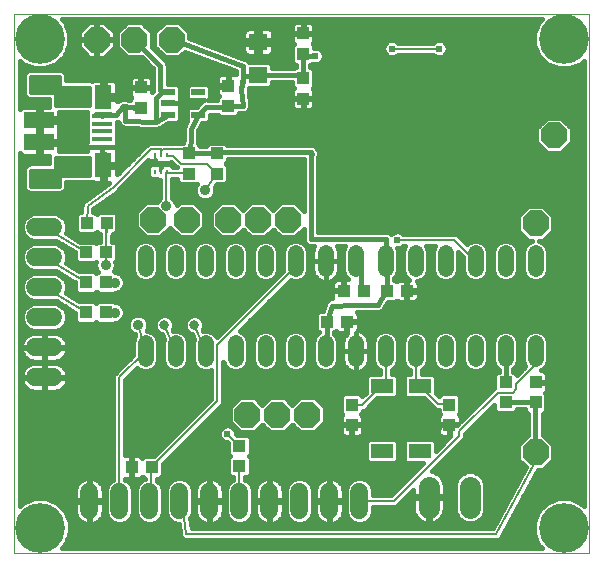
<source format=gbl>
G75*
G70*
%OFA0B0*%
%FSLAX24Y24*%
%IPPOS*%
%LPD*%
%AMOC8*
5,1,8,0,0,1.08239X$1,22.5*
%
%ADD10C,0.0000*%
%ADD11R,0.0630X0.0551*%
%ADD12R,0.0394X0.0433*%
%ADD13R,0.0433X0.0394*%
%ADD14C,0.0705*%
%ADD15OC8,0.0850*%
%ADD16C,0.0600*%
%ADD17R,0.0472X0.0217*%
%ADD18C,0.0520*%
%ADD19R,0.0748X0.0512*%
%ADD20R,0.0112X0.0177*%
%ADD21R,0.0673X0.0157*%
%ADD22R,0.0575X0.0787*%
%ADD23R,0.0984X0.0541*%
%ADD24C,0.0160*%
%ADD25C,0.0080*%
%ADD26C,0.0240*%
%ADD27C,0.0356*%
%ADD28C,0.1660*%
%ADD29C,0.0317*%
D10*
X000219Y000180D02*
X000219Y018176D01*
X019377Y018176D01*
X019382Y018176D02*
X019382Y000180D01*
X019377Y000180D02*
X000219Y000180D01*
D11*
X008344Y016129D03*
X008344Y017231D03*
D12*
X009844Y017515D03*
X009844Y016845D03*
X009844Y016015D03*
X009844Y015345D03*
X007344Y015095D03*
X007344Y015765D03*
X004435Y015715D03*
X004435Y015046D03*
X003295Y011202D03*
X002626Y011202D03*
X002608Y009218D03*
X003277Y009218D03*
X003277Y008218D03*
X002608Y008218D03*
X004135Y003055D03*
X004804Y003055D03*
X011469Y004470D03*
X011469Y005140D03*
X014719Y005140D03*
X014719Y004470D03*
X017594Y005220D03*
X017594Y005890D03*
D13*
X016594Y005890D03*
X016594Y005220D03*
X013304Y008930D03*
X012635Y008930D03*
X011873Y008940D03*
X011204Y008940D03*
X011304Y007907D03*
X010635Y007907D03*
X007719Y003765D03*
X007719Y003095D03*
X003277Y010218D03*
X002608Y010218D03*
X006032Y012845D03*
X006032Y013515D03*
X006969Y013515D03*
X006969Y012845D03*
D14*
X014030Y002408D02*
X014030Y001703D01*
X015408Y001703D02*
X015408Y002408D01*
D15*
X017594Y003555D03*
X009988Y004805D03*
X008988Y004805D03*
X007988Y004805D03*
X008344Y011305D03*
X007344Y011305D03*
X005969Y011305D03*
X004844Y011305D03*
X009344Y011305D03*
X005469Y017305D03*
X004219Y017305D03*
X002969Y017305D03*
X017594Y011180D03*
X018208Y014124D03*
D16*
X011719Y002230D02*
X011719Y001630D01*
X010719Y001630D02*
X010719Y002230D01*
X009719Y002230D02*
X009719Y001630D01*
X008719Y001630D02*
X008719Y002230D01*
X007719Y002230D02*
X007719Y001630D01*
X006719Y001630D02*
X006719Y002230D01*
X005719Y002230D02*
X005719Y001630D01*
X004719Y001630D02*
X004719Y002230D01*
X003719Y002230D02*
X003719Y001630D01*
X002719Y001630D02*
X002719Y002230D01*
X001519Y006055D02*
X000919Y006055D01*
X000919Y007055D02*
X001519Y007055D01*
X001519Y008055D02*
X000919Y008055D01*
X000919Y009055D02*
X001519Y009055D01*
X001519Y010055D02*
X000919Y010055D01*
X000919Y011055D02*
X001519Y011055D01*
D17*
X005333Y014806D03*
X005333Y015180D03*
X005333Y015554D03*
X006356Y015554D03*
X006356Y014806D03*
D18*
X006594Y010190D02*
X006594Y009670D01*
X005594Y009670D02*
X005594Y010190D01*
X004594Y010190D02*
X004594Y009670D01*
X004594Y007190D02*
X004594Y006670D01*
X005594Y006670D02*
X005594Y007190D01*
X006594Y007190D02*
X006594Y006670D01*
X007594Y006670D02*
X007594Y007190D01*
X008594Y007190D02*
X008594Y006670D01*
X009594Y006670D02*
X009594Y007190D01*
X010594Y007190D02*
X010594Y006670D01*
X011594Y006670D02*
X011594Y007190D01*
X012594Y007190D02*
X012594Y006670D01*
X013594Y006670D02*
X013594Y007190D01*
X014594Y007190D02*
X014594Y006670D01*
X015594Y006670D02*
X015594Y007190D01*
X016594Y007190D02*
X016594Y006670D01*
X017594Y006670D02*
X017594Y007190D01*
X017594Y009670D02*
X017594Y010190D01*
X016594Y010190D02*
X016594Y009670D01*
X015594Y009670D02*
X015594Y010190D01*
X014594Y010190D02*
X014594Y009670D01*
X013594Y009670D02*
X013594Y010190D01*
X012594Y010190D02*
X012594Y009670D01*
X011594Y009670D02*
X011594Y010190D01*
X010594Y010190D02*
X010594Y009670D01*
X009594Y009670D02*
X009594Y010190D01*
X008594Y010190D02*
X008594Y009670D01*
X007594Y009670D02*
X007594Y010190D01*
D19*
X012464Y005763D03*
X013724Y005763D03*
X013724Y003597D03*
X012464Y003597D03*
D20*
X005291Y012904D03*
X005094Y012904D03*
X004898Y012904D03*
X004898Y013456D03*
X005094Y013456D03*
X005291Y013456D03*
D21*
X003137Y013744D03*
X003137Y014000D03*
X003137Y014256D03*
X003137Y014512D03*
X003137Y014768D03*
D22*
X003188Y015398D03*
X003188Y013114D03*
D23*
X001050Y013887D03*
X001050Y014625D03*
D24*
X001105Y014604D02*
X002640Y014604D01*
X002640Y014623D02*
X002640Y014901D01*
X001722Y014901D01*
X001722Y014680D01*
X001105Y014680D01*
X000995Y014680D01*
X000995Y015076D01*
X000534Y015076D01*
X000488Y015063D01*
X000447Y015040D01*
X000414Y015006D01*
X000399Y014981D01*
X000399Y016600D01*
X000499Y016501D01*
X000862Y016350D01*
X001256Y016350D01*
X001620Y016501D01*
X001899Y016779D01*
X002049Y017143D01*
X002049Y017537D01*
X001899Y017901D01*
X001803Y017996D01*
X017793Y017996D01*
X017698Y017901D01*
X017547Y017537D01*
X017547Y017143D01*
X017698Y016779D01*
X017976Y016501D01*
X018340Y016350D01*
X018734Y016350D01*
X019098Y016501D01*
X019202Y016605D01*
X019202Y001755D01*
X019088Y001869D01*
X018724Y002020D01*
X018330Y002020D01*
X017966Y001869D01*
X017688Y001591D01*
X017537Y001227D01*
X017537Y000833D01*
X017688Y000469D01*
X017797Y000360D01*
X001799Y000360D01*
X001909Y000469D01*
X002059Y000833D01*
X002059Y001227D01*
X001909Y001591D01*
X001630Y001869D01*
X001266Y002020D01*
X000872Y002020D01*
X000509Y001869D01*
X000399Y001760D01*
X000399Y013531D01*
X000414Y013506D01*
X000447Y013472D01*
X000488Y013448D01*
X000534Y013436D01*
X000995Y013436D01*
X000995Y013831D01*
X001105Y013831D01*
X001105Y013436D01*
X001377Y013436D01*
X001367Y013412D01*
X001367Y013183D01*
X000733Y013183D01*
X000644Y013146D01*
X000577Y013079D01*
X000540Y012991D01*
X000540Y012391D01*
X000577Y012303D01*
X000644Y012235D01*
X000733Y012199D01*
X001753Y012199D01*
X001842Y012235D01*
X001909Y012303D01*
X001946Y012391D01*
X001946Y012557D01*
X002765Y012557D01*
X002799Y012571D01*
X002831Y012553D01*
X002877Y012540D01*
X003124Y012540D01*
X003124Y013050D01*
X003252Y013050D01*
X003252Y013178D01*
X003655Y013178D01*
X003655Y013531D01*
X003643Y013577D01*
X003637Y013588D01*
X003641Y013596D01*
X003653Y013642D01*
X003653Y013744D01*
X003653Y013846D01*
X003641Y013892D01*
X003633Y013906D01*
X003633Y014554D01*
X003648Y014559D01*
X003670Y014561D01*
X003684Y014568D01*
X003684Y014563D01*
X003700Y014526D01*
X003713Y014487D01*
X003718Y014482D01*
X003721Y014475D01*
X003750Y014447D01*
X003778Y014417D01*
X003784Y014414D01*
X003789Y014408D01*
X003827Y014393D01*
X003864Y014376D01*
X003871Y014375D01*
X003878Y014373D01*
X003919Y014373D01*
X004876Y014326D01*
X004882Y014324D01*
X004901Y014324D01*
X004920Y014319D01*
X004943Y014323D01*
X004965Y014322D01*
X004971Y014324D01*
X004977Y014324D01*
X004995Y014331D01*
X005014Y014335D01*
X005034Y014346D01*
X005055Y014354D01*
X005060Y014358D01*
X005065Y014360D01*
X005079Y014374D01*
X005345Y014538D01*
X005635Y014538D01*
X005729Y014631D01*
X005729Y014981D01*
X005726Y014984D01*
X005736Y015002D01*
X005749Y015048D01*
X005749Y015180D01*
X005749Y015312D01*
X005736Y015358D01*
X005726Y015376D01*
X005729Y015379D01*
X005729Y015729D01*
X005635Y015822D01*
X005329Y015822D01*
X005329Y016478D01*
X005293Y016566D01*
X005225Y016633D01*
X004800Y017059D01*
X004804Y017063D01*
X004804Y017547D01*
X004462Y017890D01*
X003977Y017890D01*
X003634Y017547D01*
X003634Y017063D01*
X003977Y016720D01*
X004460Y016720D01*
X004849Y016331D01*
X004849Y015652D01*
X004845Y015637D01*
X004849Y015609D01*
X004812Y015572D01*
X004812Y015697D01*
X004453Y015697D01*
X004453Y015734D01*
X004416Y015734D01*
X004416Y015697D01*
X004058Y015697D01*
X004058Y015475D01*
X004070Y015429D01*
X004094Y015388D01*
X004116Y015367D01*
X004078Y015329D01*
X004078Y015313D01*
X003883Y015327D01*
X003863Y015334D01*
X003836Y015331D01*
X003809Y015333D01*
X003789Y015326D01*
X003768Y015324D01*
X003744Y015311D01*
X003719Y015303D01*
X003702Y015289D01*
X003684Y015279D01*
X003667Y015258D01*
X003655Y015248D01*
X003655Y015334D01*
X003252Y015334D01*
X003252Y015461D01*
X003655Y015461D01*
X003655Y015815D01*
X003643Y015861D01*
X003619Y015902D01*
X003586Y015935D01*
X003545Y015959D01*
X003499Y015971D01*
X003252Y015971D01*
X003252Y015461D01*
X003124Y015461D01*
X003124Y015971D01*
X002877Y015971D01*
X002831Y015959D01*
X002792Y015936D01*
X002765Y015948D01*
X001946Y015948D01*
X001946Y016114D01*
X001909Y016202D01*
X001842Y016269D01*
X001753Y016306D01*
X000733Y016306D01*
X000644Y016269D01*
X000577Y016202D01*
X000540Y016114D01*
X000540Y015514D01*
X000577Y015426D01*
X000644Y015358D01*
X000733Y015322D01*
X001367Y015322D01*
X001367Y015093D01*
X001374Y015076D01*
X001105Y015076D01*
X001105Y014680D01*
X001105Y014570D01*
X001722Y014570D01*
X001722Y014331D01*
X001710Y014285D01*
X001693Y014256D01*
X001710Y014227D01*
X001722Y014181D01*
X001722Y013942D01*
X001105Y013942D01*
X000995Y013942D01*
X000995Y014337D01*
X000995Y014570D01*
X001105Y014570D01*
X001105Y013942D01*
X001105Y013831D01*
X001722Y013831D01*
X001722Y013604D01*
X002630Y013604D01*
X002620Y013642D01*
X002620Y013744D01*
X003137Y013744D01*
X003653Y013744D01*
X003137Y013744D01*
X003137Y013744D01*
X003137Y013485D01*
X003252Y013485D01*
X003252Y013178D01*
X003124Y013178D01*
X003124Y013485D01*
X003137Y013485D01*
X003137Y013744D01*
X003137Y013744D01*
X003137Y013744D01*
X002620Y013744D01*
X002620Y013846D01*
X002632Y013892D01*
X002640Y013906D01*
X002640Y014623D01*
X002640Y014762D02*
X001722Y014762D01*
X001722Y014445D02*
X002640Y014445D01*
X002640Y014287D02*
X001710Y014287D01*
X001722Y014128D02*
X002640Y014128D01*
X002640Y013970D02*
X001722Y013970D01*
X001722Y013811D02*
X002620Y013811D01*
X002620Y013653D02*
X001722Y013653D01*
X001607Y013364D02*
X002717Y013364D01*
X002717Y012797D01*
X001706Y012797D01*
X001706Y012439D01*
X000780Y012439D01*
X000780Y012943D01*
X001607Y012943D01*
X001607Y013364D01*
X001607Y013336D02*
X002717Y013336D01*
X002717Y013177D02*
X001607Y013177D01*
X001607Y013019D02*
X002717Y013019D01*
X002717Y012860D02*
X000780Y012860D01*
X000780Y012702D02*
X001706Y012702D01*
X001706Y012543D02*
X000780Y012543D01*
X000540Y012543D02*
X000399Y012543D01*
X000399Y012385D02*
X000543Y012385D01*
X000667Y012226D02*
X000399Y012226D01*
X000399Y012068D02*
X002726Y012068D01*
X002598Y011974D02*
X002588Y011975D01*
X002533Y011926D01*
X002474Y011882D01*
X002472Y011872D01*
X002464Y011865D01*
X002460Y011791D01*
X002449Y011719D01*
X002455Y011710D01*
X002447Y011578D01*
X002363Y011578D01*
X002269Y011484D01*
X002269Y010919D01*
X002363Y010825D01*
X002889Y010825D01*
X002961Y010897D01*
X003032Y010825D01*
X003078Y010825D01*
X003078Y010818D01*
X003074Y010740D01*
X003078Y010736D01*
X003078Y010575D01*
X002995Y010575D01*
X002943Y010523D01*
X002891Y010575D01*
X002411Y010575D01*
X001937Y010861D01*
X001979Y010963D01*
X001979Y011146D01*
X001909Y011316D01*
X001780Y011445D01*
X001611Y011515D01*
X000828Y011515D01*
X000659Y011445D01*
X000529Y011316D01*
X000459Y011146D01*
X000459Y010963D01*
X000529Y010794D01*
X000659Y010665D01*
X000828Y010595D01*
X001604Y010595D01*
X002232Y010217D01*
X002232Y009955D01*
X002325Y009862D01*
X002891Y009862D01*
X002943Y009913D01*
X002945Y009911D01*
X002920Y009851D01*
X002920Y009716D01*
X002971Y009592D01*
X002991Y009572D01*
X002943Y009523D01*
X002871Y009595D01*
X002379Y009595D01*
X001937Y009861D01*
X001979Y009963D01*
X001979Y010146D01*
X001909Y010316D01*
X001780Y010445D01*
X001611Y010515D01*
X000828Y010515D01*
X000659Y010445D01*
X000529Y010316D01*
X000459Y010146D01*
X000459Y009963D01*
X000529Y009794D01*
X000659Y009665D01*
X000828Y009595D01*
X001604Y009595D01*
X002251Y009205D01*
X002251Y008936D01*
X002345Y008842D01*
X002871Y008842D01*
X002943Y008913D01*
X003014Y008842D01*
X003541Y008842D01*
X003574Y008875D01*
X003635Y008875D01*
X003759Y008927D01*
X003854Y009022D01*
X003906Y009146D01*
X003906Y009281D01*
X003854Y009405D01*
X003759Y009500D01*
X003635Y009551D01*
X003584Y009551D01*
X003544Y009591D01*
X003544Y009592D01*
X003596Y009716D01*
X003596Y009851D01*
X003582Y009884D01*
X003654Y009955D01*
X003654Y010482D01*
X003560Y010575D01*
X003478Y010575D01*
X003478Y010761D01*
X003518Y010801D01*
X003518Y010809D01*
X003523Y010815D01*
X003522Y010825D01*
X003558Y010825D01*
X003652Y010919D01*
X003652Y011484D01*
X003558Y011578D01*
X003032Y011578D01*
X002961Y011507D01*
X002889Y011578D01*
X002848Y011578D01*
X002853Y011665D01*
X003595Y012210D01*
X003612Y012210D01*
X003660Y012258D01*
X003715Y012298D01*
X003717Y012315D01*
X004683Y013281D01*
X004697Y013256D01*
X004731Y013223D01*
X004772Y013199D01*
X004818Y013187D01*
X004898Y013187D01*
X004977Y013187D01*
X005023Y013199D01*
X005036Y013207D01*
X005414Y013207D01*
X005442Y013235D01*
X005589Y013087D01*
X005627Y013050D01*
X005507Y013050D01*
X005507Y013059D01*
X005414Y013153D01*
X005233Y013153D01*
X005220Y013161D01*
X005174Y013173D01*
X005094Y013173D01*
X005015Y013173D01*
X004969Y013161D01*
X004955Y013153D01*
X004775Y013153D01*
X004681Y013059D01*
X004681Y012750D01*
X004775Y012656D01*
X004955Y012656D01*
X004969Y012648D01*
X005015Y012636D01*
X005089Y012636D01*
X005089Y012028D01*
X005003Y011942D01*
X004981Y011890D01*
X004602Y011890D01*
X004259Y011547D01*
X004259Y011063D01*
X004602Y010720D01*
X005087Y010720D01*
X005407Y011040D01*
X005727Y010720D01*
X006212Y010720D01*
X006554Y011063D01*
X006554Y011547D01*
X006212Y011890D01*
X005727Y011890D01*
X005627Y011790D01*
X005627Y011817D01*
X005576Y011942D01*
X005489Y012028D01*
X005489Y012650D01*
X005655Y012650D01*
X005655Y012582D01*
X005749Y012489D01*
X006295Y012489D01*
X006288Y012482D01*
X006236Y012357D01*
X006236Y012223D01*
X006288Y012098D01*
X006383Y012003D01*
X006507Y011952D01*
X006642Y011952D01*
X006766Y012003D01*
X006861Y012098D01*
X006912Y012223D01*
X006912Y012357D01*
X006897Y012395D01*
X006964Y012489D01*
X007252Y012489D01*
X007346Y012582D01*
X007346Y013108D01*
X007274Y013180D01*
X007346Y013252D01*
X007346Y013315D01*
X009871Y013315D01*
X009871Y011606D01*
X009587Y011890D01*
X009102Y011890D01*
X008844Y011632D01*
X008587Y011890D01*
X008102Y011890D01*
X007844Y011632D01*
X007587Y011890D01*
X007102Y011890D01*
X006759Y011547D01*
X006759Y011063D01*
X007102Y010720D01*
X007587Y010720D01*
X007844Y010978D01*
X008102Y010720D01*
X008587Y010720D01*
X008844Y010978D01*
X009102Y010720D01*
X009587Y010720D01*
X009871Y011004D01*
X009871Y010615D01*
X009908Y010526D01*
X009975Y010459D01*
X010063Y010422D01*
X010219Y010422D01*
X010218Y010421D01*
X010187Y010359D01*
X010165Y010293D01*
X010154Y010225D01*
X010154Y009930D01*
X010154Y009635D01*
X010165Y009567D01*
X010187Y009501D01*
X010218Y009439D01*
X010259Y009383D01*
X010308Y009334D01*
X010364Y009294D01*
X010425Y009262D01*
X010491Y009241D01*
X010560Y009230D01*
X010594Y009230D01*
X010594Y009930D01*
X010154Y009930D01*
X010594Y009930D01*
X010594Y009930D01*
X010594Y009930D01*
X010594Y009230D01*
X010629Y009230D01*
X010697Y009241D01*
X010763Y009262D01*
X010825Y009294D01*
X010881Y009334D01*
X010930Y009383D01*
X010971Y009439D01*
X011002Y009501D01*
X011024Y009567D01*
X011034Y009635D01*
X011034Y009930D01*
X011034Y010225D01*
X011024Y010293D01*
X011002Y010359D01*
X010971Y010421D01*
X010969Y010422D01*
X011236Y010422D01*
X011174Y010274D01*
X011174Y009586D01*
X011238Y009432D01*
X011354Y009317D01*
X011222Y009317D01*
X011222Y008958D01*
X011185Y008958D01*
X011185Y008921D01*
X010807Y008921D01*
X010807Y008719D01*
X010816Y008684D01*
X010799Y008683D01*
X010752Y008681D01*
X010751Y008681D01*
X010708Y008661D01*
X010666Y008641D01*
X010665Y008641D01*
X010664Y008640D01*
X010633Y008605D01*
X010601Y008571D01*
X010601Y008570D01*
X010600Y008569D01*
X010584Y008525D01*
X010568Y008481D01*
X010568Y008480D01*
X010491Y008264D01*
X010352Y008264D01*
X010258Y008170D01*
X010258Y007644D01*
X010352Y007551D01*
X010367Y007551D01*
X010356Y007546D01*
X010238Y007428D01*
X010174Y007274D01*
X010174Y006586D01*
X010238Y006432D01*
X010356Y006314D01*
X010511Y006250D01*
X010678Y006250D01*
X010832Y006314D01*
X010950Y006432D01*
X011014Y006586D01*
X011014Y007274D01*
X010950Y007428D01*
X010879Y007499D01*
X010879Y007551D01*
X010918Y007551D01*
X010955Y007588D01*
X010977Y007566D01*
X011018Y007543D01*
X011064Y007531D01*
X011286Y007531D01*
X011286Y007889D01*
X011322Y007889D01*
X011322Y007536D01*
X011308Y007526D01*
X011259Y007477D01*
X011218Y007421D01*
X011187Y007359D01*
X011165Y007293D01*
X011154Y007225D01*
X011154Y006930D01*
X011154Y006635D01*
X011165Y006567D01*
X011187Y006501D01*
X011218Y006439D01*
X011259Y006383D01*
X011308Y006334D01*
X011364Y006294D01*
X011425Y006262D01*
X011491Y006241D01*
X011560Y006230D01*
X011594Y006230D01*
X011594Y006930D01*
X011154Y006930D01*
X011594Y006930D01*
X011594Y006930D01*
X011594Y006930D01*
X011594Y007545D01*
X011594Y007545D01*
X011594Y006930D01*
X011594Y006930D01*
X011594Y006230D01*
X011629Y006230D01*
X011697Y006241D01*
X011763Y006262D01*
X011825Y006294D01*
X011881Y006334D01*
X011930Y006383D01*
X011971Y006439D01*
X012002Y006501D01*
X012024Y006567D01*
X012034Y006635D01*
X012034Y006930D01*
X012034Y007225D01*
X012024Y007293D01*
X012002Y007359D01*
X011971Y007421D01*
X011930Y007477D01*
X011881Y007526D01*
X011825Y007566D01*
X011763Y007598D01*
X011697Y007619D01*
X011677Y007622D01*
X011688Y007641D01*
X011701Y007687D01*
X011701Y007889D01*
X011322Y007889D01*
X011322Y007926D01*
X011701Y007926D01*
X011701Y008128D01*
X011688Y008174D01*
X011665Y008215D01*
X011647Y008232D01*
X012327Y008232D01*
X012364Y008229D01*
X012375Y008232D01*
X012386Y008232D01*
X012420Y008246D01*
X012455Y008257D01*
X012464Y008264D01*
X012475Y008269D01*
X012500Y008295D01*
X012528Y008318D01*
X012534Y008328D01*
X012542Y008336D01*
X012556Y008370D01*
X012663Y008573D01*
X012918Y008573D01*
X012955Y008611D01*
X012977Y008589D01*
X013018Y008565D01*
X013064Y008553D01*
X013286Y008553D01*
X013286Y008912D01*
X013322Y008912D01*
X013322Y008553D01*
X013544Y008553D01*
X013590Y008565D01*
X013631Y008589D01*
X013665Y008623D01*
X013688Y008664D01*
X013701Y008709D01*
X013701Y008912D01*
X013322Y008912D01*
X013322Y008948D01*
X013286Y008948D01*
X013286Y009307D01*
X013064Y009307D01*
X013018Y009295D01*
X012977Y009271D01*
X012955Y009249D01*
X012918Y009287D01*
X012869Y009287D01*
X012869Y009351D01*
X012950Y009432D01*
X013014Y009586D01*
X013014Y010274D01*
X012979Y010360D01*
X013045Y010360D01*
X013148Y010403D01*
X013185Y010440D01*
X013250Y010440D01*
X013238Y010428D01*
X013174Y010274D01*
X013174Y009586D01*
X013238Y009432D01*
X013356Y009314D01*
X013374Y009307D01*
X013322Y009307D01*
X013322Y008948D01*
X013701Y008948D01*
X013701Y009151D01*
X013688Y009196D01*
X013665Y009237D01*
X013652Y009250D01*
X013678Y009250D01*
X013832Y009314D01*
X013950Y009432D01*
X014014Y009586D01*
X014014Y010274D01*
X013950Y010428D01*
X013938Y010440D01*
X014250Y010440D01*
X014238Y010428D01*
X014174Y010274D01*
X014174Y009586D01*
X014238Y009432D01*
X014356Y009314D01*
X014511Y009250D01*
X014678Y009250D01*
X014832Y009314D01*
X014950Y009432D01*
X015014Y009586D01*
X015014Y010222D01*
X015174Y010062D01*
X015174Y009586D01*
X015238Y009432D01*
X015356Y009314D01*
X015511Y009250D01*
X015678Y009250D01*
X015832Y009314D01*
X015950Y009432D01*
X016014Y009586D01*
X016014Y010274D01*
X015950Y010428D01*
X015832Y010546D01*
X015678Y010610D01*
X015511Y010610D01*
X015356Y010546D01*
X015306Y010496D01*
X014962Y010840D01*
X013185Y010840D01*
X013148Y010877D01*
X013045Y010920D01*
X012934Y010920D01*
X012831Y010877D01*
X012788Y010835D01*
X012757Y010866D01*
X012669Y010902D01*
X010351Y010902D01*
X010351Y013388D01*
X010369Y013432D01*
X010369Y013528D01*
X010333Y013616D01*
X010326Y013623D01*
X010298Y013691D01*
X010230Y013758D01*
X010142Y013795D01*
X007329Y013795D01*
X007252Y013871D01*
X006687Y013871D01*
X006593Y013778D01*
X006593Y013760D01*
X006408Y013760D01*
X006408Y013778D01*
X006328Y013859D01*
X006332Y013882D01*
X006339Y013899D01*
X006339Y013929D01*
X006344Y013959D01*
X006340Y013976D01*
X006344Y014264D01*
X006488Y014538D01*
X006659Y014538D01*
X006752Y014631D01*
X006752Y014810D01*
X006990Y014810D01*
X007081Y014719D01*
X007607Y014719D01*
X007701Y014813D01*
X007701Y014850D01*
X007791Y014850D01*
X007800Y014847D01*
X007839Y014850D01*
X007877Y014850D01*
X007886Y014854D01*
X007896Y014854D01*
X007930Y014872D01*
X007965Y014887D01*
X007972Y014893D01*
X007981Y014898D01*
X008006Y014927D01*
X008033Y014954D01*
X008037Y014963D01*
X008043Y014970D01*
X008055Y015007D01*
X008069Y015042D01*
X008069Y015052D01*
X008072Y015061D01*
X008069Y015099D01*
X008069Y015138D01*
X008066Y015147D01*
X008027Y015651D01*
X008037Y015693D01*
X008726Y015693D01*
X008819Y015787D01*
X008819Y015880D01*
X009488Y015880D01*
X009488Y015732D01*
X009525Y015694D01*
X009503Y015672D01*
X009480Y015631D01*
X009468Y015586D01*
X009468Y015364D01*
X009826Y015364D01*
X009826Y015327D01*
X009468Y015327D01*
X009468Y015105D01*
X009480Y015059D01*
X009503Y015018D01*
X009537Y014985D01*
X009578Y014961D01*
X009624Y014949D01*
X009826Y014949D01*
X009826Y015327D01*
X009863Y015327D01*
X009863Y015364D01*
X010221Y015364D01*
X010221Y015586D01*
X010209Y015631D01*
X010185Y015672D01*
X010164Y015694D01*
X010201Y015732D01*
X010201Y016297D01*
X010107Y016391D01*
X010089Y016391D01*
X010089Y016469D01*
X010107Y016469D01*
X010141Y016502D01*
X010194Y016480D01*
X010305Y016480D01*
X010408Y016523D01*
X010487Y016601D01*
X010529Y016704D01*
X010529Y016816D01*
X010487Y016919D01*
X010408Y016997D01*
X010305Y017040D01*
X010201Y017040D01*
X010201Y017128D01*
X010164Y017166D01*
X010185Y017188D01*
X010209Y017229D01*
X010221Y017274D01*
X010221Y017496D01*
X009863Y017496D01*
X009863Y017533D01*
X010221Y017533D01*
X010221Y017755D01*
X010209Y017801D01*
X010185Y017842D01*
X010152Y017875D01*
X010111Y017899D01*
X010065Y017911D01*
X009863Y017911D01*
X009863Y017533D01*
X009826Y017533D01*
X009826Y017496D01*
X009468Y017496D01*
X009468Y017274D01*
X009480Y017229D01*
X009503Y017188D01*
X009525Y017166D01*
X009488Y017128D01*
X009488Y016563D01*
X009581Y016469D01*
X009609Y016469D01*
X009609Y016391D01*
X009581Y016391D01*
X009550Y016360D01*
X008819Y016360D01*
X008819Y016471D01*
X008726Y016564D01*
X008048Y016564D01*
X008048Y016566D01*
X008045Y016569D01*
X008043Y016573D01*
X008011Y016603D01*
X007980Y016633D01*
X007977Y016635D01*
X007973Y016638D01*
X007933Y016653D01*
X007892Y016670D01*
X007888Y016670D01*
X006054Y017359D01*
X006054Y017547D01*
X005712Y017890D01*
X005227Y017890D01*
X004884Y017547D01*
X004884Y017063D01*
X005227Y016720D01*
X005712Y016720D01*
X005897Y016905D01*
X007604Y016264D01*
X007604Y016151D01*
X007565Y016161D01*
X007363Y016161D01*
X007363Y015783D01*
X007326Y015783D01*
X007326Y015746D01*
X006968Y015746D01*
X006968Y015524D01*
X006980Y015479D01*
X007003Y015438D01*
X007025Y015416D01*
X006988Y015378D01*
X006988Y015290D01*
X006663Y015290D01*
X006752Y015379D01*
X006752Y015729D01*
X006659Y015822D01*
X006054Y015822D01*
X005960Y015729D01*
X005960Y015379D01*
X006054Y015286D01*
X006546Y015286D01*
X006468Y015253D01*
X006289Y015074D01*
X006054Y015074D01*
X005960Y014981D01*
X005960Y014631D01*
X005983Y014609D01*
X005910Y014470D01*
X005903Y014464D01*
X005888Y014428D01*
X005870Y014395D01*
X005869Y014385D01*
X005865Y014376D01*
X005865Y014338D01*
X005861Y014299D01*
X005864Y014290D01*
X005860Y013971D01*
X005843Y013871D01*
X005749Y013871D01*
X005748Y013870D01*
X004707Y013870D01*
X004589Y013753D01*
X003655Y012819D01*
X003655Y013050D01*
X003252Y013050D01*
X003252Y012540D01*
X003369Y012540D01*
X002598Y011974D01*
X002510Y011909D02*
X000399Y011909D01*
X000399Y011751D02*
X002453Y011751D01*
X002448Y011592D02*
X000399Y011592D01*
X000399Y011434D02*
X000647Y011434D01*
X000513Y011275D02*
X000399Y011275D01*
X000399Y011117D02*
X000459Y011117D01*
X000462Y010958D02*
X000399Y010958D01*
X000399Y010800D02*
X000527Y010800D01*
X000399Y010641D02*
X000717Y010641D01*
X000749Y010483D02*
X000399Y010483D01*
X000399Y010324D02*
X000538Y010324D01*
X000467Y010166D02*
X000399Y010166D01*
X000399Y010007D02*
X000459Y010007D01*
X000507Y009849D02*
X000399Y009849D01*
X000399Y009690D02*
X000634Y009690D01*
X000659Y009445D02*
X000529Y009316D01*
X000459Y009146D01*
X000459Y008963D01*
X000529Y008794D01*
X000659Y008665D01*
X000828Y008595D01*
X001604Y008595D01*
X002251Y008205D01*
X002251Y007936D01*
X002345Y007842D01*
X002871Y007842D01*
X002943Y007913D01*
X003014Y007842D01*
X003541Y007842D01*
X003574Y007875D01*
X003635Y007875D01*
X003759Y007927D01*
X003854Y008022D01*
X003906Y008146D01*
X003906Y008281D01*
X003854Y008405D01*
X003759Y008500D01*
X003635Y008551D01*
X003584Y008551D01*
X003541Y008595D01*
X003014Y008595D01*
X002943Y008523D01*
X002871Y008595D01*
X002379Y008595D01*
X001937Y008861D01*
X001979Y008963D01*
X001979Y009146D01*
X001909Y009316D01*
X001780Y009445D01*
X001611Y009515D01*
X000828Y009515D01*
X000659Y009445D01*
X000587Y009373D02*
X000399Y009373D01*
X000399Y009215D02*
X000488Y009215D01*
X000459Y009056D02*
X000399Y009056D01*
X000399Y008898D02*
X000487Y008898D01*
X000399Y008739D02*
X000585Y008739D01*
X000399Y008581D02*
X001628Y008581D01*
X001611Y008515D02*
X000828Y008515D01*
X000659Y008445D01*
X000529Y008316D01*
X000459Y008146D01*
X000459Y007963D01*
X000529Y007794D01*
X000659Y007665D01*
X000828Y007595D01*
X001611Y007595D01*
X001780Y007665D01*
X001909Y007794D01*
X001979Y007963D01*
X001979Y008146D01*
X001909Y008316D01*
X001780Y008445D01*
X001611Y008515D01*
X001803Y008422D02*
X001891Y008422D01*
X001931Y008264D02*
X002154Y008264D01*
X002251Y008105D02*
X001979Y008105D01*
X001972Y007947D02*
X002251Y007947D01*
X001903Y007788D02*
X004002Y007788D01*
X004002Y007738D02*
X004054Y007613D01*
X004149Y007518D01*
X004224Y007487D01*
X004241Y007430D01*
X004238Y007428D01*
X004174Y007274D01*
X004174Y006788D01*
X003519Y006133D01*
X003519Y002645D01*
X003459Y002620D01*
X003329Y002491D01*
X003259Y002321D01*
X003259Y001538D01*
X003329Y001369D01*
X003459Y001240D01*
X003628Y001170D01*
X003811Y001170D01*
X003980Y001240D01*
X004109Y001369D01*
X004179Y001538D01*
X004179Y002321D01*
X004109Y002491D01*
X003980Y002620D01*
X003919Y002645D01*
X003919Y002658D01*
X004116Y002658D01*
X004116Y003037D01*
X004153Y003037D01*
X004153Y002658D01*
X004355Y002658D01*
X004401Y002671D01*
X004442Y002694D01*
X004476Y002728D01*
X004481Y002738D01*
X004541Y002678D01*
X004589Y002678D01*
X004589Y002674D01*
X004459Y002620D01*
X004329Y002491D01*
X004259Y002321D01*
X004259Y001538D01*
X004329Y001369D01*
X004459Y001240D01*
X004628Y001170D01*
X004811Y001170D01*
X004980Y001240D01*
X005109Y001369D01*
X005179Y001538D01*
X005179Y002321D01*
X005109Y002491D01*
X004989Y002611D01*
X004989Y002678D01*
X005067Y002678D01*
X005161Y002772D01*
X005161Y003149D01*
X007179Y005167D01*
X007179Y006574D01*
X007238Y006432D01*
X007356Y006314D01*
X007511Y006250D01*
X007678Y006250D01*
X007832Y006314D01*
X007950Y006432D01*
X008014Y006586D01*
X008014Y007274D01*
X007950Y007428D01*
X007832Y007546D01*
X007730Y007588D01*
X009427Y009285D01*
X009511Y009250D01*
X009678Y009250D01*
X009832Y009314D01*
X009950Y009432D01*
X010014Y009586D01*
X010014Y010274D01*
X009950Y010428D01*
X009832Y010546D01*
X009678Y010610D01*
X009511Y010610D01*
X009356Y010546D01*
X009238Y010428D01*
X009174Y010274D01*
X009174Y009598D01*
X006966Y007390D01*
X006950Y007428D01*
X006832Y007546D01*
X006678Y007610D01*
X006521Y007610D01*
X006502Y007654D01*
X006538Y007742D01*
X006538Y007868D01*
X006489Y007985D01*
X006400Y008075D01*
X006283Y008123D01*
X006156Y008123D01*
X006039Y008075D01*
X005949Y007985D01*
X005901Y007868D01*
X005901Y007742D01*
X005949Y007625D01*
X006039Y007535D01*
X006134Y007496D01*
X006201Y007339D01*
X006174Y007274D01*
X006174Y006586D01*
X006238Y006432D01*
X006356Y006314D01*
X006511Y006250D01*
X006678Y006250D01*
X006779Y006292D01*
X006779Y005333D01*
X004878Y003432D01*
X004541Y003432D01*
X004481Y003372D01*
X004476Y003382D01*
X004442Y003416D01*
X004401Y003439D01*
X004355Y003452D01*
X004153Y003452D01*
X004153Y003073D01*
X004116Y003073D01*
X004116Y003452D01*
X003919Y003452D01*
X003919Y005967D01*
X004311Y006359D01*
X004356Y006314D01*
X004511Y006250D01*
X004678Y006250D01*
X004832Y006314D01*
X004950Y006432D01*
X005014Y006586D01*
X005014Y007274D01*
X004950Y007428D01*
X004832Y007546D01*
X004678Y007610D01*
X004624Y007610D01*
X004627Y007613D01*
X004679Y007738D01*
X004679Y007872D01*
X004627Y007997D01*
X004532Y008092D01*
X004408Y008143D01*
X004273Y008143D01*
X004149Y008092D01*
X004054Y007997D01*
X004002Y007872D01*
X004002Y007738D01*
X004047Y007630D02*
X001694Y007630D01*
X001632Y007523D02*
X001557Y007535D01*
X001239Y007535D01*
X001239Y007075D01*
X001199Y007075D01*
X001199Y007035D01*
X000439Y007035D01*
X000439Y007017D01*
X000451Y006943D01*
X000475Y006871D01*
X000509Y006803D01*
X000553Y006742D01*
X000607Y006689D01*
X000668Y006644D01*
X000735Y006610D01*
X000807Y006587D01*
X000882Y006575D01*
X001199Y006575D01*
X001199Y007035D01*
X001239Y007035D01*
X001239Y006575D01*
X001557Y006575D01*
X001632Y006587D01*
X001704Y006610D01*
X001771Y006644D01*
X001832Y006689D01*
X001885Y006742D01*
X001930Y006803D01*
X001964Y006871D01*
X001988Y006943D01*
X001999Y007017D01*
X001999Y007035D01*
X001239Y007035D01*
X001239Y007075D01*
X001999Y007075D01*
X001999Y007093D01*
X001988Y007167D01*
X001964Y007239D01*
X001930Y007307D01*
X001885Y007368D01*
X001832Y007421D01*
X001771Y007466D01*
X001704Y007500D01*
X001632Y007523D01*
X001760Y007471D02*
X004229Y007471D01*
X004191Y007313D02*
X001926Y007313D01*
X001990Y007154D02*
X004174Y007154D01*
X004174Y006996D02*
X001996Y006996D01*
X001947Y006837D02*
X004174Y006837D01*
X004065Y006679D02*
X001818Y006679D01*
X001704Y006500D02*
X001632Y006523D01*
X001557Y006535D01*
X001239Y006535D01*
X001239Y006075D01*
X001199Y006075D01*
X001199Y006035D01*
X000439Y006035D01*
X000439Y006017D01*
X000451Y005943D01*
X000475Y005871D01*
X000509Y005803D01*
X000553Y005742D01*
X000607Y005689D01*
X000668Y005644D01*
X000735Y005610D01*
X000807Y005587D01*
X000882Y005575D01*
X001199Y005575D01*
X001199Y006035D01*
X001239Y006035D01*
X001239Y005575D01*
X001557Y005575D01*
X001632Y005587D01*
X001704Y005610D01*
X001771Y005644D01*
X001832Y005689D01*
X001885Y005742D01*
X001930Y005803D01*
X001964Y005871D01*
X001988Y005943D01*
X001999Y006017D01*
X001999Y006035D01*
X001239Y006035D01*
X001239Y006075D01*
X001999Y006075D01*
X001999Y006093D01*
X001988Y006167D01*
X001964Y006239D01*
X001930Y006307D01*
X001885Y006368D01*
X001832Y006421D01*
X001771Y006466D01*
X001704Y006500D01*
X001642Y006520D02*
X003907Y006520D01*
X003748Y006362D02*
X001890Y006362D01*
X001976Y006203D02*
X003590Y006203D01*
X003519Y006045D02*
X001239Y006045D01*
X001199Y006045D02*
X000399Y006045D01*
X000439Y006075D02*
X001199Y006075D01*
X001199Y006535D01*
X000882Y006535D01*
X000807Y006523D01*
X000735Y006500D01*
X000668Y006466D01*
X000607Y006421D01*
X000553Y006368D01*
X000509Y006307D01*
X000475Y006239D01*
X000451Y006167D01*
X000439Y006093D01*
X000439Y006075D01*
X000463Y006203D02*
X000399Y006203D01*
X000399Y006362D02*
X000549Y006362D01*
X000399Y006520D02*
X000797Y006520D01*
X000621Y006679D02*
X000399Y006679D01*
X000399Y006837D02*
X000492Y006837D01*
X000443Y006996D02*
X000399Y006996D01*
X000439Y007075D02*
X001199Y007075D01*
X001199Y007535D01*
X000882Y007535D01*
X000807Y007523D01*
X000735Y007500D01*
X000668Y007466D01*
X000607Y007421D01*
X000553Y007368D01*
X000509Y007307D01*
X000475Y007239D01*
X000451Y007167D01*
X000439Y007093D01*
X000439Y007075D01*
X000449Y007154D02*
X000399Y007154D01*
X000399Y007313D02*
X000513Y007313D01*
X000399Y007471D02*
X000679Y007471D01*
X000745Y007630D02*
X000399Y007630D01*
X000399Y007788D02*
X000536Y007788D01*
X000466Y007947D02*
X000399Y007947D01*
X000399Y008105D02*
X000459Y008105D01*
X000508Y008264D02*
X000399Y008264D01*
X000399Y008422D02*
X000636Y008422D01*
X001199Y007471D02*
X001239Y007471D01*
X001239Y007313D02*
X001199Y007313D01*
X001199Y007154D02*
X001239Y007154D01*
X001239Y006996D02*
X001199Y006996D01*
X001199Y006837D02*
X001239Y006837D01*
X001239Y006679D02*
X001199Y006679D01*
X001199Y006520D02*
X001239Y006520D01*
X001239Y006362D02*
X001199Y006362D01*
X001199Y006203D02*
X001239Y006203D01*
X001239Y005886D02*
X001199Y005886D01*
X001199Y005728D02*
X001239Y005728D01*
X001871Y005728D02*
X003519Y005728D01*
X003519Y005886D02*
X001969Y005886D01*
X003519Y005569D02*
X000399Y005569D01*
X000399Y005411D02*
X003519Y005411D01*
X003519Y005252D02*
X000399Y005252D01*
X000399Y005094D02*
X003519Y005094D01*
X003519Y004935D02*
X000399Y004935D01*
X000399Y004777D02*
X003519Y004777D01*
X003519Y004618D02*
X000399Y004618D01*
X000399Y004460D02*
X003519Y004460D01*
X003519Y004301D02*
X000399Y004301D01*
X000399Y004143D02*
X003519Y004143D01*
X003519Y003984D02*
X000399Y003984D01*
X000399Y003826D02*
X003519Y003826D01*
X003519Y003667D02*
X000399Y003667D01*
X000399Y003509D02*
X003519Y003509D01*
X003519Y003350D02*
X000399Y003350D01*
X000399Y003192D02*
X003519Y003192D01*
X003519Y003033D02*
X000399Y003033D01*
X000399Y002875D02*
X003519Y002875D01*
X003519Y002716D02*
X000399Y002716D01*
X000399Y002558D02*
X002368Y002558D01*
X002353Y002543D02*
X002407Y002596D01*
X002468Y002641D01*
X002535Y002675D01*
X002607Y002698D01*
X002682Y002710D01*
X002699Y002710D01*
X002699Y001950D01*
X002699Y001910D01*
X002239Y001910D01*
X002239Y001592D01*
X002251Y001518D01*
X002275Y001446D01*
X002309Y001378D01*
X002353Y001317D01*
X002407Y001264D01*
X002468Y001219D01*
X002535Y001185D01*
X002607Y001162D01*
X002682Y001150D01*
X002699Y001150D01*
X002699Y001910D01*
X002739Y001910D01*
X002739Y001150D01*
X002757Y001150D01*
X002832Y001162D01*
X002904Y001185D01*
X002971Y001219D01*
X003032Y001264D01*
X003085Y001317D01*
X003130Y001378D01*
X003164Y001446D01*
X003188Y001518D01*
X003199Y001592D01*
X003199Y001910D01*
X002739Y001910D01*
X002739Y001950D01*
X002699Y001950D01*
X002239Y001950D01*
X002239Y002268D01*
X002251Y002342D01*
X002275Y002414D01*
X002309Y002482D01*
X002353Y002543D01*
X002270Y002399D02*
X000399Y002399D01*
X000399Y002241D02*
X002239Y002241D01*
X002239Y002082D02*
X000399Y002082D01*
X000399Y001924D02*
X000640Y001924D01*
X000404Y001765D02*
X000399Y001765D01*
X001499Y001924D02*
X002699Y001924D01*
X002739Y001924D02*
X003259Y001924D01*
X003199Y001950D02*
X003199Y002268D01*
X003188Y002342D01*
X003164Y002414D01*
X003130Y002482D01*
X003085Y002543D01*
X003032Y002596D01*
X002971Y002641D01*
X002904Y002675D01*
X002832Y002698D01*
X002757Y002710D01*
X002739Y002710D01*
X002739Y001950D01*
X003199Y001950D01*
X003199Y002082D02*
X003259Y002082D01*
X003259Y002241D02*
X003199Y002241D01*
X003169Y002399D02*
X003291Y002399D01*
X003396Y002558D02*
X003071Y002558D01*
X002739Y002558D02*
X002699Y002558D01*
X002699Y002399D02*
X002739Y002399D01*
X002739Y002241D02*
X002699Y002241D01*
X002699Y002082D02*
X002739Y002082D01*
X002739Y001765D02*
X002699Y001765D01*
X002699Y001607D02*
X002739Y001607D01*
X002739Y001448D02*
X002699Y001448D01*
X002699Y001290D02*
X002739Y001290D01*
X002381Y001290D02*
X002033Y001290D01*
X002059Y001131D02*
X005711Y001131D01*
X005706Y001170D02*
X005749Y000805D01*
X005749Y000733D01*
X005758Y000724D01*
X005760Y000711D01*
X005816Y000667D01*
X005866Y000616D01*
X005879Y000616D01*
X005890Y000608D01*
X005960Y000616D01*
X016228Y000616D01*
X016256Y000601D01*
X016308Y000616D01*
X016361Y000616D01*
X016384Y000639D01*
X016415Y000648D01*
X016440Y000696D01*
X016478Y000733D01*
X016478Y000766D01*
X017669Y002970D01*
X017837Y002970D01*
X018179Y003313D01*
X018179Y003797D01*
X017837Y004140D01*
X017829Y004140D01*
X017829Y004844D01*
X017857Y004844D01*
X017951Y004938D01*
X017951Y005503D01*
X017914Y005541D01*
X017935Y005563D01*
X017959Y005604D01*
X017971Y005649D01*
X017971Y005871D01*
X017613Y005871D01*
X017613Y005908D01*
X017971Y005908D01*
X017971Y006130D01*
X017959Y006176D01*
X017935Y006217D01*
X017902Y006250D01*
X017861Y006274D01*
X017815Y006286D01*
X017765Y006286D01*
X017832Y006314D01*
X017950Y006432D01*
X018014Y006586D01*
X018014Y007274D01*
X017950Y007428D01*
X017832Y007546D01*
X017678Y007610D01*
X017511Y007610D01*
X017356Y007546D01*
X017238Y007428D01*
X017174Y007274D01*
X017174Y006586D01*
X017238Y006432D01*
X017253Y006417D01*
X016971Y006134D01*
X016971Y006153D01*
X016877Y006246D01*
X016839Y006246D01*
X016839Y006321D01*
X016950Y006432D01*
X017014Y006586D01*
X017014Y007274D01*
X016950Y007428D01*
X016832Y007546D01*
X016678Y007610D01*
X016511Y007610D01*
X016356Y007546D01*
X016238Y007428D01*
X016174Y007274D01*
X016174Y006586D01*
X016238Y006432D01*
X016356Y006314D01*
X016359Y006313D01*
X016359Y006246D01*
X016312Y006246D01*
X016218Y006153D01*
X016218Y005711D01*
X015096Y004590D01*
X015096Y004711D01*
X015084Y004756D01*
X015060Y004797D01*
X015039Y004819D01*
X015076Y004857D01*
X015076Y005422D01*
X014982Y005516D01*
X014456Y005516D01*
X014363Y005422D01*
X014363Y005420D01*
X014258Y005524D01*
X014258Y006085D01*
X014165Y006179D01*
X013799Y006179D01*
X013799Y006300D01*
X013832Y006314D01*
X013950Y006432D01*
X014014Y006586D01*
X014014Y007274D01*
X013950Y007428D01*
X013832Y007546D01*
X013678Y007610D01*
X013511Y007610D01*
X013356Y007546D01*
X013238Y007428D01*
X013174Y007274D01*
X013174Y006586D01*
X013238Y006432D01*
X013356Y006314D01*
X013399Y006296D01*
X013399Y006179D01*
X013284Y006179D01*
X013190Y006085D01*
X013190Y005440D01*
X013284Y005347D01*
X013870Y005347D01*
X014257Y004960D01*
X014363Y004960D01*
X014363Y004857D01*
X014400Y004819D01*
X014378Y004797D01*
X014355Y004756D01*
X014343Y004711D01*
X014343Y004489D01*
X014701Y004489D01*
X014701Y004452D01*
X014343Y004452D01*
X014343Y004230D01*
X014355Y004184D01*
X014378Y004143D01*
X014412Y004110D01*
X014453Y004086D01*
X014499Y004074D01*
X014701Y004074D01*
X014701Y004452D01*
X014738Y004452D01*
X014958Y004452D01*
X014995Y004489D01*
X014738Y004489D01*
X014738Y004452D01*
X014738Y004091D01*
X014258Y003612D01*
X014258Y003920D01*
X014165Y004013D01*
X013284Y004013D01*
X013190Y003920D01*
X013190Y003275D01*
X013284Y003181D01*
X013828Y003181D01*
X012777Y002130D01*
X012179Y002130D01*
X012179Y002321D01*
X012109Y002491D01*
X011980Y002620D01*
X011811Y002690D01*
X011628Y002690D01*
X011459Y002620D01*
X011329Y002491D01*
X011259Y002321D01*
X011259Y001538D01*
X011329Y001369D01*
X011459Y001240D01*
X011628Y001170D01*
X011811Y001170D01*
X011980Y001240D01*
X012109Y001369D01*
X012179Y001538D01*
X012179Y001730D01*
X012942Y001730D01*
X013059Y001847D01*
X013498Y002286D01*
X013498Y002093D01*
X013993Y002093D01*
X013993Y002017D01*
X014068Y002017D01*
X014068Y001170D01*
X014072Y001170D01*
X014155Y001183D01*
X014235Y001209D01*
X014309Y001247D01*
X014377Y001296D01*
X014437Y001356D01*
X014486Y001423D01*
X014524Y001498D01*
X014550Y001578D01*
X014563Y001661D01*
X014563Y002017D01*
X014068Y002017D01*
X014068Y002093D01*
X014563Y002093D01*
X014563Y002449D01*
X014550Y002532D01*
X014524Y002612D01*
X014486Y002687D01*
X014437Y002754D01*
X014377Y002814D01*
X014309Y002863D01*
X014235Y002901D01*
X014155Y002927D01*
X014141Y002929D01*
X015239Y004027D01*
X015239Y004167D01*
X016218Y005146D01*
X016218Y004957D01*
X016312Y004864D01*
X016877Y004864D01*
X016971Y004957D01*
X016971Y004980D01*
X017238Y004980D01*
X017238Y004938D01*
X017331Y004844D01*
X017349Y004844D01*
X017349Y004137D01*
X017009Y003797D01*
X017009Y003313D01*
X017262Y003060D01*
X016159Y001016D01*
X006127Y001016D01*
X006088Y001348D01*
X006109Y001369D01*
X006179Y001538D01*
X006179Y002321D01*
X006109Y002491D01*
X005980Y002620D01*
X005811Y002690D01*
X005628Y002690D01*
X005459Y002620D01*
X005329Y002491D01*
X005259Y002321D01*
X005259Y001538D01*
X005329Y001369D01*
X005459Y001240D01*
X005628Y001170D01*
X005706Y001170D01*
X005729Y000973D02*
X002059Y000973D01*
X002051Y000814D02*
X005748Y000814D01*
X005827Y000656D02*
X001986Y000656D01*
X001920Y000497D02*
X017676Y000497D01*
X017610Y000656D02*
X016419Y000656D01*
X016504Y000814D02*
X017545Y000814D01*
X017537Y000973D02*
X016590Y000973D01*
X016676Y001131D02*
X017537Y001131D01*
X017563Y001290D02*
X016761Y001290D01*
X016847Y001448D02*
X017628Y001448D01*
X017703Y001607D02*
X016932Y001607D01*
X017018Y001765D02*
X017862Y001765D01*
X018097Y001924D02*
X017104Y001924D01*
X017189Y002082D02*
X019202Y002082D01*
X019202Y001924D02*
X018956Y001924D01*
X019192Y001765D02*
X019202Y001765D01*
X019202Y002241D02*
X017275Y002241D01*
X017360Y002399D02*
X019202Y002399D01*
X019202Y002558D02*
X017446Y002558D01*
X017532Y002716D02*
X019202Y002716D01*
X019202Y002875D02*
X017617Y002875D01*
X017900Y003033D02*
X019202Y003033D01*
X019202Y003192D02*
X018058Y003192D01*
X018179Y003350D02*
X019202Y003350D01*
X019202Y003509D02*
X018179Y003509D01*
X018179Y003667D02*
X019202Y003667D01*
X019202Y003826D02*
X018151Y003826D01*
X017993Y003984D02*
X019202Y003984D01*
X019202Y004143D02*
X017829Y004143D01*
X017829Y004301D02*
X019202Y004301D01*
X019202Y004460D02*
X017829Y004460D01*
X017829Y004618D02*
X019202Y004618D01*
X019202Y004777D02*
X017829Y004777D01*
X017949Y004935D02*
X019202Y004935D01*
X019202Y005094D02*
X017951Y005094D01*
X017951Y005252D02*
X019202Y005252D01*
X019202Y005411D02*
X017951Y005411D01*
X017939Y005569D02*
X019202Y005569D01*
X019202Y005728D02*
X017971Y005728D01*
X017971Y006045D02*
X019202Y006045D01*
X019202Y006203D02*
X017943Y006203D01*
X017880Y006362D02*
X019202Y006362D01*
X019202Y006520D02*
X017987Y006520D01*
X018014Y006679D02*
X019202Y006679D01*
X019202Y006837D02*
X018014Y006837D01*
X018014Y006996D02*
X019202Y006996D01*
X019202Y007154D02*
X018014Y007154D01*
X017998Y007313D02*
X019202Y007313D01*
X019202Y007471D02*
X017907Y007471D01*
X017281Y007471D02*
X016907Y007471D01*
X016998Y007313D02*
X017191Y007313D01*
X017174Y007154D02*
X017014Y007154D01*
X017014Y006996D02*
X017174Y006996D01*
X017174Y006837D02*
X017014Y006837D01*
X017014Y006679D02*
X017174Y006679D01*
X017202Y006520D02*
X016987Y006520D01*
X016880Y006362D02*
X017198Y006362D01*
X017040Y006203D02*
X016921Y006203D01*
X016599Y005890D02*
X016599Y006930D01*
X016174Y006996D02*
X016014Y006996D01*
X016014Y007154D02*
X016174Y007154D01*
X016191Y007313D02*
X015998Y007313D01*
X016014Y007274D02*
X015950Y007428D01*
X015832Y007546D01*
X015678Y007610D01*
X015511Y007610D01*
X015356Y007546D01*
X015238Y007428D01*
X015174Y007274D01*
X015174Y006586D01*
X015238Y006432D01*
X015356Y006314D01*
X015511Y006250D01*
X015678Y006250D01*
X015832Y006314D01*
X015950Y006432D01*
X016014Y006586D01*
X016014Y007274D01*
X015907Y007471D02*
X016281Y007471D01*
X016174Y006837D02*
X016014Y006837D01*
X016014Y006679D02*
X016174Y006679D01*
X016202Y006520D02*
X015987Y006520D01*
X015880Y006362D02*
X016309Y006362D01*
X016268Y006203D02*
X013799Y006203D01*
X013880Y006362D02*
X014309Y006362D01*
X014356Y006314D02*
X014238Y006432D01*
X014174Y006586D01*
X014174Y007274D01*
X014238Y007428D01*
X014356Y007546D01*
X014511Y007610D01*
X014678Y007610D01*
X014832Y007546D01*
X014950Y007428D01*
X015014Y007274D01*
X015014Y006586D01*
X014950Y006432D01*
X014832Y006314D01*
X014678Y006250D01*
X014511Y006250D01*
X014356Y006314D01*
X014202Y006520D02*
X013987Y006520D01*
X014014Y006679D02*
X014174Y006679D01*
X014174Y006837D02*
X014014Y006837D01*
X014014Y006996D02*
X014174Y006996D01*
X014174Y007154D02*
X014014Y007154D01*
X013998Y007313D02*
X014191Y007313D01*
X014281Y007471D02*
X013907Y007471D01*
X013281Y007471D02*
X012907Y007471D01*
X012950Y007428D02*
X012832Y007546D01*
X012678Y007610D01*
X012511Y007610D01*
X012356Y007546D01*
X012238Y007428D01*
X012174Y007274D01*
X012174Y006586D01*
X012238Y006432D01*
X012356Y006314D01*
X012399Y006296D01*
X012399Y006179D01*
X012024Y006179D01*
X011930Y006085D01*
X011930Y005534D01*
X011823Y005426D01*
X011732Y005516D01*
X011206Y005516D01*
X011113Y005422D01*
X011113Y004857D01*
X011150Y004819D01*
X011128Y004797D01*
X011105Y004756D01*
X011093Y004711D01*
X011093Y004489D01*
X011451Y004489D01*
X011451Y004452D01*
X011093Y004452D01*
X011093Y004230D01*
X011105Y004184D01*
X011128Y004143D01*
X011162Y004110D01*
X011203Y004086D01*
X011249Y004074D01*
X011451Y004074D01*
X011451Y004452D01*
X011488Y004452D01*
X011488Y004489D01*
X011846Y004489D01*
X011846Y004711D01*
X011834Y004756D01*
X011810Y004797D01*
X011789Y004819D01*
X011826Y004857D01*
X011826Y004940D01*
X011902Y004940D01*
X012309Y005347D01*
X012905Y005347D01*
X012998Y005440D01*
X012998Y006085D01*
X012905Y006179D01*
X012799Y006179D01*
X012799Y006300D01*
X012832Y006314D01*
X012950Y006432D01*
X013014Y006586D01*
X013014Y007274D01*
X012950Y007428D01*
X012998Y007313D02*
X013191Y007313D01*
X013174Y007154D02*
X013014Y007154D01*
X013014Y006996D02*
X013174Y006996D01*
X013174Y006837D02*
X013014Y006837D01*
X013014Y006679D02*
X013174Y006679D01*
X013202Y006520D02*
X012987Y006520D01*
X012880Y006362D02*
X013309Y006362D01*
X013399Y006203D02*
X012799Y006203D01*
X012998Y006045D02*
X013190Y006045D01*
X013190Y005886D02*
X012998Y005886D01*
X012998Y005728D02*
X013190Y005728D01*
X013190Y005569D02*
X012998Y005569D01*
X012968Y005411D02*
X013220Y005411D01*
X013965Y005252D02*
X012214Y005252D01*
X012056Y005094D02*
X014123Y005094D01*
X014363Y004935D02*
X011826Y004935D01*
X011822Y004777D02*
X014366Y004777D01*
X014343Y004618D02*
X011846Y004618D01*
X011846Y004452D02*
X011488Y004452D01*
X011488Y004074D01*
X011690Y004074D01*
X011736Y004086D01*
X011777Y004110D01*
X011810Y004143D01*
X011834Y004184D01*
X011846Y004230D01*
X011846Y004452D01*
X011846Y004301D02*
X014343Y004301D01*
X014379Y004143D02*
X011809Y004143D01*
X011995Y003984D02*
X008096Y003984D01*
X008096Y004028D02*
X008002Y004121D01*
X007651Y004121D01*
X007599Y004173D01*
X007599Y004226D01*
X007557Y004329D01*
X007478Y004407D01*
X007375Y004450D01*
X007264Y004450D01*
X007161Y004407D01*
X007082Y004329D01*
X007039Y004226D01*
X007039Y004114D01*
X007082Y004011D01*
X007161Y003933D01*
X007264Y003890D01*
X007317Y003890D01*
X007343Y003864D01*
X007343Y003502D01*
X007414Y003430D01*
X007343Y003358D01*
X007343Y002832D01*
X007437Y002739D01*
X007519Y002739D01*
X007519Y002645D01*
X007459Y002620D01*
X007329Y002491D01*
X007259Y002321D01*
X007259Y001538D01*
X007329Y001369D01*
X007459Y001240D01*
X007628Y001170D01*
X007811Y001170D01*
X007980Y001240D01*
X008109Y001369D01*
X008179Y001538D01*
X008179Y002321D01*
X008109Y002491D01*
X007980Y002620D01*
X007919Y002645D01*
X007919Y002739D01*
X008002Y002739D01*
X008096Y002832D01*
X008096Y003358D01*
X008024Y003430D01*
X008096Y003502D01*
X008096Y004028D01*
X008096Y003826D02*
X011930Y003826D01*
X011930Y003920D02*
X011930Y003275D01*
X012024Y003181D01*
X012905Y003181D01*
X012998Y003275D01*
X012998Y003920D01*
X012905Y004013D01*
X012024Y004013D01*
X011930Y003920D01*
X011930Y003667D02*
X008096Y003667D01*
X008096Y003509D02*
X011930Y003509D01*
X011930Y003350D02*
X008096Y003350D01*
X008096Y003192D02*
X012014Y003192D01*
X012042Y002558D02*
X013204Y002558D01*
X013363Y002716D02*
X007919Y002716D01*
X008042Y002558D02*
X008368Y002558D01*
X008353Y002543D02*
X008309Y002482D01*
X008275Y002414D01*
X008251Y002342D01*
X008239Y002268D01*
X008239Y001950D01*
X008699Y001950D01*
X008699Y001910D01*
X008239Y001910D01*
X008239Y001592D01*
X008251Y001518D01*
X008275Y001446D01*
X008309Y001378D01*
X008353Y001317D01*
X008407Y001264D01*
X008468Y001219D01*
X008535Y001185D01*
X008607Y001162D01*
X008682Y001150D01*
X008699Y001150D01*
X008699Y001910D01*
X008739Y001910D01*
X008739Y001150D01*
X008757Y001150D01*
X008832Y001162D01*
X008904Y001185D01*
X008971Y001219D01*
X009032Y001264D01*
X009085Y001317D01*
X009130Y001378D01*
X009164Y001446D01*
X009188Y001518D01*
X009199Y001592D01*
X009199Y001910D01*
X008739Y001910D01*
X008739Y001950D01*
X008699Y001950D01*
X008699Y002710D01*
X008682Y002710D01*
X008607Y002698D01*
X008535Y002675D01*
X008468Y002641D01*
X008407Y002596D01*
X008353Y002543D01*
X008270Y002399D02*
X008147Y002399D01*
X008179Y002241D02*
X008239Y002241D01*
X008239Y002082D02*
X008179Y002082D01*
X008179Y001924D02*
X008699Y001924D01*
X008739Y001924D02*
X009259Y001924D01*
X009199Y001950D02*
X009199Y002268D01*
X009188Y002342D01*
X009164Y002414D01*
X009130Y002482D01*
X009085Y002543D01*
X009032Y002596D01*
X008971Y002641D01*
X008904Y002675D01*
X008832Y002698D01*
X008757Y002710D01*
X008739Y002710D01*
X008739Y001950D01*
X009199Y001950D01*
X009199Y002082D02*
X009259Y002082D01*
X009259Y002241D02*
X009199Y002241D01*
X009259Y002321D02*
X009329Y002491D01*
X009459Y002620D01*
X009628Y002690D01*
X009811Y002690D01*
X009980Y002620D01*
X010109Y002491D01*
X010179Y002321D01*
X010179Y001538D01*
X010109Y001369D01*
X009980Y001240D01*
X009811Y001170D01*
X009628Y001170D01*
X009459Y001240D01*
X009329Y001369D01*
X009259Y001538D01*
X009259Y002321D01*
X009291Y002399D02*
X009169Y002399D01*
X009071Y002558D02*
X009396Y002558D01*
X008739Y002558D02*
X008699Y002558D01*
X008699Y002399D02*
X008739Y002399D01*
X008739Y002241D02*
X008699Y002241D01*
X008699Y002082D02*
X008739Y002082D01*
X008739Y001765D02*
X008699Y001765D01*
X008699Y001607D02*
X008739Y001607D01*
X008739Y001448D02*
X008699Y001448D01*
X008699Y001290D02*
X008739Y001290D01*
X009058Y001290D02*
X009409Y001290D01*
X009297Y001448D02*
X009165Y001448D01*
X009199Y001607D02*
X009259Y001607D01*
X009259Y001765D02*
X009199Y001765D01*
X008381Y001290D02*
X008029Y001290D01*
X008142Y001448D02*
X008274Y001448D01*
X008239Y001607D02*
X008179Y001607D01*
X008179Y001765D02*
X008239Y001765D01*
X007409Y001290D02*
X007058Y001290D01*
X007032Y001264D02*
X007085Y001317D01*
X007130Y001378D01*
X007164Y001446D01*
X007188Y001518D01*
X007199Y001592D01*
X007199Y001910D01*
X006739Y001910D01*
X006739Y001150D01*
X006757Y001150D01*
X006832Y001162D01*
X006904Y001185D01*
X006971Y001219D01*
X007032Y001264D01*
X007165Y001448D02*
X007297Y001448D01*
X007259Y001607D02*
X007199Y001607D01*
X007199Y001765D02*
X007259Y001765D01*
X007259Y001924D02*
X006739Y001924D01*
X006739Y001910D02*
X006739Y001950D01*
X006699Y001950D01*
X006699Y001910D01*
X006239Y001910D01*
X006239Y001592D01*
X006251Y001518D01*
X006275Y001446D01*
X006309Y001378D01*
X006353Y001317D01*
X006407Y001264D01*
X006468Y001219D01*
X006535Y001185D01*
X006607Y001162D01*
X006682Y001150D01*
X006699Y001150D01*
X006699Y001910D01*
X006739Y001910D01*
X006739Y001950D02*
X007199Y001950D01*
X007199Y002268D01*
X007188Y002342D01*
X007164Y002414D01*
X007130Y002482D01*
X007085Y002543D01*
X007032Y002596D01*
X006971Y002641D01*
X006904Y002675D01*
X006832Y002698D01*
X006757Y002710D01*
X006739Y002710D01*
X006739Y001950D01*
X006699Y001950D02*
X006699Y002710D01*
X006682Y002710D01*
X006607Y002698D01*
X006535Y002675D01*
X006468Y002641D01*
X006407Y002596D01*
X006353Y002543D01*
X006309Y002482D01*
X006275Y002414D01*
X006251Y002342D01*
X006239Y002268D01*
X006239Y001950D01*
X006699Y001950D01*
X006699Y001924D02*
X006179Y001924D01*
X006179Y002082D02*
X006239Y002082D01*
X006239Y002241D02*
X006179Y002241D01*
X006147Y002399D02*
X006270Y002399D01*
X006368Y002558D02*
X006042Y002558D01*
X005396Y002558D02*
X005042Y002558D01*
X005105Y002716D02*
X007519Y002716D01*
X007396Y002558D02*
X007071Y002558D01*
X007169Y002399D02*
X007291Y002399D01*
X007259Y002241D02*
X007199Y002241D01*
X007199Y002082D02*
X007259Y002082D01*
X006739Y002082D02*
X006699Y002082D01*
X006699Y002241D02*
X006739Y002241D01*
X006739Y002399D02*
X006699Y002399D01*
X006699Y002558D02*
X006739Y002558D01*
X007343Y002875D02*
X005161Y002875D01*
X005161Y003033D02*
X007343Y003033D01*
X007343Y003192D02*
X005204Y003192D01*
X005362Y003350D02*
X007343Y003350D01*
X007343Y003509D02*
X005521Y003509D01*
X005679Y003667D02*
X007343Y003667D01*
X007343Y003826D02*
X005838Y003826D01*
X005996Y003984D02*
X007109Y003984D01*
X007039Y004143D02*
X006155Y004143D01*
X006313Y004301D02*
X007071Y004301D01*
X007403Y004563D02*
X007746Y004220D01*
X008230Y004220D01*
X008488Y004478D01*
X008746Y004220D01*
X009230Y004220D01*
X009488Y004478D01*
X009746Y004220D01*
X010230Y004220D01*
X010573Y004563D01*
X010573Y005047D01*
X010230Y005390D01*
X009746Y005390D01*
X009488Y005132D01*
X009230Y005390D01*
X008746Y005390D01*
X008488Y005132D01*
X008230Y005390D01*
X007746Y005390D01*
X007403Y005047D01*
X007403Y004563D01*
X007403Y004618D02*
X006630Y004618D01*
X006472Y004460D02*
X007506Y004460D01*
X007568Y004301D02*
X007665Y004301D01*
X007630Y004143D02*
X011129Y004143D01*
X011093Y004301D02*
X010311Y004301D01*
X010470Y004460D02*
X011451Y004460D01*
X011488Y004460D02*
X014701Y004460D01*
X014738Y004460D02*
X014966Y004460D01*
X015096Y004618D02*
X015125Y004618D01*
X015072Y004777D02*
X015283Y004777D01*
X015442Y004935D02*
X015076Y004935D01*
X015076Y005094D02*
X015600Y005094D01*
X015759Y005252D02*
X015076Y005252D01*
X015076Y005411D02*
X015917Y005411D01*
X016076Y005569D02*
X014258Y005569D01*
X014258Y005728D02*
X016218Y005728D01*
X016218Y005886D02*
X014258Y005886D01*
X014258Y006045D02*
X016218Y006045D01*
X016599Y005220D02*
X017589Y005220D01*
X017589Y005180D02*
X017589Y003560D01*
X017196Y003984D02*
X015196Y003984D01*
X015239Y004143D02*
X017349Y004143D01*
X017349Y004301D02*
X015373Y004301D01*
X015532Y004460D02*
X017349Y004460D01*
X017349Y004618D02*
X015690Y004618D01*
X015849Y004777D02*
X017349Y004777D01*
X017240Y004935D02*
X016949Y004935D01*
X016240Y004935D02*
X016007Y004935D01*
X016166Y005094D02*
X016218Y005094D01*
X017038Y003826D02*
X015038Y003826D01*
X014879Y003667D02*
X017009Y003667D01*
X017009Y003509D02*
X014721Y003509D01*
X014562Y003350D02*
X017009Y003350D01*
X017131Y003192D02*
X014404Y003192D01*
X014245Y003033D02*
X017248Y003033D01*
X017163Y002875D02*
X015620Y002875D01*
X015699Y002842D02*
X015510Y002920D01*
X015306Y002920D01*
X015118Y002842D01*
X014974Y002698D01*
X014896Y002509D01*
X014896Y001601D01*
X014974Y001412D01*
X015118Y001268D01*
X015306Y001190D01*
X015510Y001190D01*
X015699Y001268D01*
X015843Y001412D01*
X015921Y001601D01*
X015921Y002509D01*
X015843Y002698D01*
X015699Y002842D01*
X015825Y002716D02*
X017077Y002716D01*
X016991Y002558D02*
X015901Y002558D01*
X015921Y002399D02*
X016906Y002399D01*
X016820Y002241D02*
X015921Y002241D01*
X015921Y002082D02*
X016735Y002082D01*
X016649Y001924D02*
X015921Y001924D01*
X015921Y001765D02*
X016563Y001765D01*
X016478Y001607D02*
X015921Y001607D01*
X015858Y001448D02*
X016392Y001448D01*
X016307Y001290D02*
X015720Y001290D01*
X016221Y001131D02*
X006114Y001131D01*
X006095Y001290D02*
X006381Y001290D01*
X006274Y001448D02*
X006142Y001448D01*
X006179Y001607D02*
X006239Y001607D01*
X006239Y001765D02*
X006179Y001765D01*
X006699Y001765D02*
X006739Y001765D01*
X006739Y001607D02*
X006699Y001607D01*
X006699Y001448D02*
X006739Y001448D01*
X006739Y001290D02*
X006699Y001290D01*
X005409Y001290D02*
X005029Y001290D01*
X005142Y001448D02*
X005297Y001448D01*
X005259Y001607D02*
X005179Y001607D01*
X005179Y001765D02*
X005259Y001765D01*
X005259Y001924D02*
X005179Y001924D01*
X005179Y002082D02*
X005259Y002082D01*
X005259Y002241D02*
X005179Y002241D01*
X005147Y002399D02*
X005291Y002399D01*
X004503Y002716D02*
X004464Y002716D01*
X004396Y002558D02*
X004042Y002558D01*
X004116Y002716D02*
X004153Y002716D01*
X004153Y002875D02*
X004116Y002875D01*
X004116Y003033D02*
X004153Y003033D01*
X004153Y003192D02*
X004116Y003192D01*
X004116Y003350D02*
X004153Y003350D01*
X003919Y003509D02*
X004955Y003509D01*
X005114Y003667D02*
X003919Y003667D01*
X003919Y003826D02*
X005272Y003826D01*
X005431Y003984D02*
X003919Y003984D01*
X003919Y004143D02*
X005589Y004143D01*
X005748Y004301D02*
X003919Y004301D01*
X003919Y004460D02*
X005906Y004460D01*
X006065Y004618D02*
X003919Y004618D01*
X003919Y004777D02*
X006223Y004777D01*
X006382Y004935D02*
X003919Y004935D01*
X003919Y005094D02*
X006540Y005094D01*
X006699Y005252D02*
X003919Y005252D01*
X003919Y005411D02*
X006779Y005411D01*
X006779Y005569D02*
X003919Y005569D01*
X003919Y005728D02*
X006779Y005728D01*
X006779Y005886D02*
X003919Y005886D01*
X003997Y006045D02*
X006779Y006045D01*
X006779Y006203D02*
X004155Y006203D01*
X004880Y006362D02*
X005309Y006362D01*
X005356Y006314D02*
X005511Y006250D01*
X005678Y006250D01*
X005832Y006314D01*
X005950Y006432D01*
X006014Y006586D01*
X006014Y007274D01*
X005950Y007428D01*
X005832Y007546D01*
X005678Y007610D01*
X005521Y007610D01*
X005502Y007654D01*
X005538Y007742D01*
X005538Y007868D01*
X005489Y007985D01*
X005400Y008075D01*
X005283Y008123D01*
X005156Y008123D01*
X005039Y008075D01*
X004949Y007985D01*
X004901Y007868D01*
X004901Y007742D01*
X004949Y007625D01*
X005039Y007535D01*
X005134Y007496D01*
X005201Y007339D01*
X005174Y007274D01*
X005174Y006586D01*
X005238Y006432D01*
X005356Y006314D01*
X005202Y006520D02*
X004987Y006520D01*
X005014Y006679D02*
X005174Y006679D01*
X005174Y006837D02*
X005014Y006837D01*
X005014Y006996D02*
X005174Y006996D01*
X005174Y007154D02*
X005014Y007154D01*
X004998Y007313D02*
X005191Y007313D01*
X005145Y007471D02*
X004907Y007471D01*
X004947Y007630D02*
X004634Y007630D01*
X004679Y007788D02*
X004901Y007788D01*
X004933Y007947D02*
X004648Y007947D01*
X004500Y008105D02*
X005112Y008105D01*
X005327Y008105D02*
X006112Y008105D01*
X006327Y008105D02*
X007682Y008105D01*
X007840Y008264D02*
X003906Y008264D01*
X003889Y008105D02*
X004181Y008105D01*
X004033Y007947D02*
X003779Y007947D01*
X003837Y008422D02*
X007999Y008422D01*
X008157Y008581D02*
X003555Y008581D01*
X003689Y008898D02*
X008474Y008898D01*
X008633Y009056D02*
X003869Y009056D01*
X003906Y009215D02*
X008791Y009215D01*
X008832Y009314D02*
X008950Y009432D01*
X009014Y009586D01*
X009014Y010274D01*
X008950Y010428D01*
X008832Y010546D01*
X008678Y010610D01*
X008511Y010610D01*
X008356Y010546D01*
X008238Y010428D01*
X008174Y010274D01*
X008174Y009586D01*
X008238Y009432D01*
X008356Y009314D01*
X008511Y009250D01*
X008678Y009250D01*
X008832Y009314D01*
X008891Y009373D02*
X008950Y009373D01*
X008992Y009532D02*
X009108Y009532D01*
X009174Y009690D02*
X009014Y009690D01*
X009014Y009849D02*
X009174Y009849D01*
X009174Y010007D02*
X009014Y010007D01*
X009014Y010166D02*
X009174Y010166D01*
X009195Y010324D02*
X008993Y010324D01*
X008896Y010483D02*
X009293Y010483D01*
X009023Y010800D02*
X008666Y010800D01*
X008825Y010958D02*
X008864Y010958D01*
X008293Y010483D02*
X007896Y010483D01*
X007950Y010428D02*
X007832Y010546D01*
X007678Y010610D01*
X007511Y010610D01*
X007356Y010546D01*
X007238Y010428D01*
X007174Y010274D01*
X007174Y009586D01*
X007238Y009432D01*
X007356Y009314D01*
X007511Y009250D01*
X007678Y009250D01*
X007832Y009314D01*
X007950Y009432D01*
X008014Y009586D01*
X008014Y010274D01*
X007950Y010428D01*
X007993Y010324D02*
X008195Y010324D01*
X008174Y010166D02*
X008014Y010166D01*
X008014Y010007D02*
X008174Y010007D01*
X008174Y009849D02*
X008014Y009849D01*
X008014Y009690D02*
X008174Y009690D01*
X008197Y009532D02*
X007992Y009532D01*
X007891Y009373D02*
X008297Y009373D01*
X008316Y008739D02*
X002140Y008739D01*
X002289Y008898D02*
X001952Y008898D01*
X001979Y009056D02*
X002251Y009056D01*
X002235Y009215D02*
X001951Y009215D01*
X001972Y009373D02*
X001852Y009373D01*
X001709Y009532D02*
X000399Y009532D01*
X001689Y010483D02*
X001790Y010483D01*
X001901Y010324D02*
X002053Y010324D01*
X001971Y010166D02*
X002232Y010166D01*
X002232Y010007D02*
X001979Y010007D01*
X001958Y009849D02*
X002920Y009849D01*
X002931Y009690D02*
X002221Y009690D01*
X002935Y009532D02*
X002951Y009532D01*
X002927Y008898D02*
X002959Y008898D01*
X003000Y008581D02*
X002886Y008581D01*
X003683Y009532D02*
X004197Y009532D01*
X004174Y009586D02*
X004238Y009432D01*
X004356Y009314D01*
X004511Y009250D01*
X004678Y009250D01*
X004832Y009314D01*
X004950Y009432D01*
X005014Y009586D01*
X005014Y010274D01*
X004950Y010428D01*
X004832Y010546D01*
X004678Y010610D01*
X004511Y010610D01*
X004356Y010546D01*
X004238Y010428D01*
X004174Y010274D01*
X004174Y009586D01*
X004174Y009690D02*
X003585Y009690D01*
X003596Y009849D02*
X004174Y009849D01*
X004174Y010007D02*
X003654Y010007D01*
X003654Y010166D02*
X004174Y010166D01*
X004195Y010324D02*
X003654Y010324D01*
X003653Y010483D02*
X004293Y010483D01*
X004523Y010800D02*
X003517Y010800D01*
X003478Y010641D02*
X009871Y010641D01*
X009871Y010800D02*
X009666Y010800D01*
X009825Y010958D02*
X009871Y010958D01*
X010111Y010662D02*
X012594Y010662D01*
X012594Y009930D01*
X012629Y009900D02*
X012629Y008930D01*
X012559Y008890D02*
X012339Y008472D01*
X011479Y008472D01*
X010810Y008444D01*
X010669Y008050D01*
X010639Y008000D02*
X010639Y006990D01*
X011014Y006996D02*
X011154Y006996D01*
X011154Y007154D02*
X011014Y007154D01*
X010998Y007313D02*
X011172Y007313D01*
X011255Y007471D02*
X010907Y007471D01*
X011286Y007630D02*
X011322Y007630D01*
X011322Y007788D02*
X011286Y007788D01*
X011701Y007788D02*
X019202Y007788D01*
X019202Y007630D02*
X011682Y007630D01*
X011594Y007471D02*
X011594Y007471D01*
X011594Y007313D02*
X011594Y007313D01*
X011594Y007154D02*
X011594Y007154D01*
X011594Y006996D02*
X011594Y006996D01*
X011594Y006930D02*
X012034Y006930D01*
X011594Y006930D01*
X011594Y006930D01*
X011594Y006837D02*
X011594Y006837D01*
X011594Y006679D02*
X011594Y006679D01*
X011594Y006520D02*
X011594Y006520D01*
X011594Y006362D02*
X011594Y006362D01*
X011908Y006362D02*
X012309Y006362D01*
X012399Y006203D02*
X007179Y006203D01*
X007179Y006045D02*
X011930Y006045D01*
X011930Y005886D02*
X007179Y005886D01*
X007179Y005728D02*
X011930Y005728D01*
X011930Y005569D02*
X007179Y005569D01*
X007179Y005411D02*
X011113Y005411D01*
X011113Y005252D02*
X010368Y005252D01*
X010527Y005094D02*
X011113Y005094D01*
X011113Y004935D02*
X010573Y004935D01*
X010573Y004777D02*
X011116Y004777D01*
X011093Y004618D02*
X010573Y004618D01*
X009665Y004301D02*
X009311Y004301D01*
X009470Y004460D02*
X009506Y004460D01*
X009608Y005252D02*
X009368Y005252D01*
X008608Y005252D02*
X008368Y005252D01*
X007608Y005252D02*
X007179Y005252D01*
X007106Y005094D02*
X007449Y005094D01*
X007403Y004935D02*
X006947Y004935D01*
X006789Y004777D02*
X007403Y004777D01*
X008311Y004301D02*
X008665Y004301D01*
X008506Y004460D02*
X008470Y004460D01*
X008096Y003033D02*
X013680Y003033D01*
X013521Y002875D02*
X008096Y002875D01*
X010042Y002558D02*
X010368Y002558D01*
X010353Y002543D02*
X010309Y002482D01*
X010275Y002414D01*
X010251Y002342D01*
X010239Y002268D01*
X010239Y001950D01*
X010699Y001950D01*
X010699Y001910D01*
X010239Y001910D01*
X010239Y001592D01*
X010251Y001518D01*
X010275Y001446D01*
X010309Y001378D01*
X010353Y001317D01*
X010407Y001264D01*
X010468Y001219D01*
X010535Y001185D01*
X010607Y001162D01*
X010682Y001150D01*
X010699Y001150D01*
X010699Y001910D01*
X010739Y001910D01*
X010739Y001150D01*
X010757Y001150D01*
X010832Y001162D01*
X010904Y001185D01*
X010971Y001219D01*
X011032Y001264D01*
X011085Y001317D01*
X011130Y001378D01*
X011164Y001446D01*
X011188Y001518D01*
X011199Y001592D01*
X011199Y001910D01*
X010739Y001910D01*
X010739Y001950D01*
X010699Y001950D01*
X010699Y002710D01*
X010682Y002710D01*
X010607Y002698D01*
X010535Y002675D01*
X010468Y002641D01*
X010407Y002596D01*
X010353Y002543D01*
X010270Y002399D02*
X010147Y002399D01*
X010179Y002241D02*
X010239Y002241D01*
X010239Y002082D02*
X010179Y002082D01*
X010179Y001924D02*
X010699Y001924D01*
X010739Y001924D02*
X011259Y001924D01*
X011199Y001950D02*
X011199Y002268D01*
X011188Y002342D01*
X011164Y002414D01*
X011130Y002482D01*
X011085Y002543D01*
X011032Y002596D01*
X010971Y002641D01*
X010904Y002675D01*
X010832Y002698D01*
X010757Y002710D01*
X010739Y002710D01*
X010739Y001950D01*
X011199Y001950D01*
X011199Y002082D02*
X011259Y002082D01*
X011259Y002241D02*
X011199Y002241D01*
X011169Y002399D02*
X011291Y002399D01*
X011396Y002558D02*
X011071Y002558D01*
X010739Y002558D02*
X010699Y002558D01*
X010699Y002399D02*
X010739Y002399D01*
X010739Y002241D02*
X010699Y002241D01*
X010699Y002082D02*
X010739Y002082D01*
X010739Y001765D02*
X010699Y001765D01*
X010699Y001607D02*
X010739Y001607D01*
X010739Y001448D02*
X010699Y001448D01*
X010699Y001290D02*
X010739Y001290D01*
X011058Y001290D02*
X011409Y001290D01*
X011297Y001448D02*
X011165Y001448D01*
X011199Y001607D02*
X011259Y001607D01*
X011259Y001765D02*
X011199Y001765D01*
X012029Y001290D02*
X013693Y001290D01*
X013683Y001296D02*
X013751Y001247D01*
X013826Y001209D01*
X013906Y001183D01*
X013988Y001170D01*
X013993Y001170D01*
X013993Y002017D01*
X013498Y002017D01*
X013498Y001661D01*
X013511Y001578D01*
X013537Y001498D01*
X013575Y001423D01*
X013624Y001356D01*
X013683Y001296D01*
X013562Y001448D02*
X012142Y001448D01*
X012179Y001607D02*
X013506Y001607D01*
X013498Y001765D02*
X012977Y001765D01*
X013136Y001924D02*
X013498Y001924D01*
X013294Y002082D02*
X013993Y002082D01*
X014068Y002082D02*
X014896Y002082D01*
X014896Y001924D02*
X014563Y001924D01*
X014563Y001765D02*
X014896Y001765D01*
X014896Y001607D02*
X014554Y001607D01*
X014498Y001448D02*
X014959Y001448D01*
X015097Y001290D02*
X014368Y001290D01*
X014068Y001290D02*
X013993Y001290D01*
X013993Y001448D02*
X014068Y001448D01*
X014068Y001607D02*
X013993Y001607D01*
X013993Y001765D02*
X014068Y001765D01*
X014068Y001924D02*
X013993Y001924D01*
X013498Y002241D02*
X013453Y002241D01*
X013046Y002399D02*
X012147Y002399D01*
X012179Y002241D02*
X012887Y002241D01*
X012915Y003192D02*
X013274Y003192D01*
X013190Y003350D02*
X012998Y003350D01*
X012998Y003509D02*
X013190Y003509D01*
X013190Y003667D02*
X012998Y003667D01*
X012998Y003826D02*
X013190Y003826D01*
X013255Y003984D02*
X012934Y003984D01*
X014194Y003984D02*
X014631Y003984D01*
X014701Y004143D02*
X014738Y004143D01*
X014738Y004301D02*
X014701Y004301D01*
X014472Y003826D02*
X014258Y003826D01*
X014258Y003667D02*
X014314Y003667D01*
X014287Y002875D02*
X015197Y002875D01*
X014992Y002716D02*
X014464Y002716D01*
X014542Y002558D02*
X014916Y002558D01*
X014896Y002399D02*
X014563Y002399D01*
X014563Y002241D02*
X014896Y002241D01*
X011488Y004143D02*
X011451Y004143D01*
X011451Y004301D02*
X011488Y004301D01*
X009832Y006314D02*
X009678Y006250D01*
X009511Y006250D01*
X009356Y006314D01*
X009238Y006432D01*
X009174Y006586D01*
X009174Y007274D01*
X009238Y007428D01*
X009356Y007546D01*
X009511Y007610D01*
X009678Y007610D01*
X009832Y007546D01*
X009950Y007428D01*
X010014Y007274D01*
X010014Y006586D01*
X009950Y006432D01*
X009832Y006314D01*
X009880Y006362D02*
X010309Y006362D01*
X010202Y006520D02*
X009987Y006520D01*
X010014Y006679D02*
X010174Y006679D01*
X010174Y006837D02*
X010014Y006837D01*
X010014Y006996D02*
X010174Y006996D01*
X010174Y007154D02*
X010014Y007154D01*
X009998Y007313D02*
X010191Y007313D01*
X010281Y007471D02*
X009907Y007471D01*
X010273Y007630D02*
X007772Y007630D01*
X007907Y007471D02*
X008281Y007471D01*
X008238Y007428D02*
X008356Y007546D01*
X008511Y007610D01*
X008678Y007610D01*
X008832Y007546D01*
X008950Y007428D01*
X009014Y007274D01*
X009014Y006586D01*
X008950Y006432D01*
X008832Y006314D01*
X008678Y006250D01*
X008511Y006250D01*
X008356Y006314D01*
X008238Y006432D01*
X008174Y006586D01*
X008174Y007274D01*
X008238Y007428D01*
X008191Y007313D02*
X007998Y007313D01*
X008014Y007154D02*
X008174Y007154D01*
X008174Y006996D02*
X008014Y006996D01*
X008014Y006837D02*
X008174Y006837D01*
X008174Y006679D02*
X008014Y006679D01*
X007987Y006520D02*
X008202Y006520D01*
X008309Y006362D02*
X007880Y006362D01*
X007309Y006362D02*
X007179Y006362D01*
X007179Y006520D02*
X007202Y006520D01*
X006309Y006362D02*
X005880Y006362D01*
X005987Y006520D02*
X006202Y006520D01*
X006174Y006679D02*
X006014Y006679D01*
X006014Y006837D02*
X006174Y006837D01*
X006174Y006996D02*
X006014Y006996D01*
X006014Y007154D02*
X006174Y007154D01*
X006191Y007313D02*
X005998Y007313D01*
X005907Y007471D02*
X006145Y007471D01*
X005947Y007630D02*
X005512Y007630D01*
X005538Y007788D02*
X005901Y007788D01*
X005933Y007947D02*
X005505Y007947D01*
X006505Y007947D02*
X007523Y007947D01*
X007365Y007788D02*
X006538Y007788D01*
X006512Y007630D02*
X007206Y007630D01*
X007048Y007471D02*
X006907Y007471D01*
X007930Y007788D02*
X010258Y007788D01*
X010258Y007947D02*
X008089Y007947D01*
X008247Y008105D02*
X010258Y008105D01*
X010351Y008264D02*
X008406Y008264D01*
X008564Y008422D02*
X010548Y008422D01*
X010610Y008581D02*
X008723Y008581D01*
X008881Y008739D02*
X010807Y008739D01*
X010751Y008681D02*
X010751Y008681D01*
X010807Y008898D02*
X009040Y008898D01*
X009198Y009056D02*
X010807Y009056D01*
X010807Y008958D02*
X010807Y009160D01*
X010819Y009206D01*
X010843Y009247D01*
X010877Y009281D01*
X010918Y009304D01*
X010963Y009317D01*
X011185Y009317D01*
X011185Y008958D01*
X010807Y008958D01*
X011185Y009056D02*
X011222Y009056D01*
X011222Y009215D02*
X011185Y009215D01*
X011297Y009373D02*
X010920Y009373D01*
X011012Y009532D02*
X011197Y009532D01*
X011174Y009690D02*
X011034Y009690D01*
X011034Y009849D02*
X011174Y009849D01*
X011174Y010007D02*
X011034Y010007D01*
X011034Y009930D02*
X010594Y009930D01*
X010594Y009930D01*
X011034Y009930D01*
X011034Y010166D02*
X011174Y010166D01*
X011195Y010324D02*
X011013Y010324D01*
X010594Y009849D02*
X010594Y009849D01*
X010594Y009690D02*
X010594Y009690D01*
X010594Y009532D02*
X010594Y009532D01*
X010594Y009373D02*
X010594Y009373D01*
X010269Y009373D02*
X009891Y009373D01*
X009992Y009532D02*
X010177Y009532D01*
X010154Y009690D02*
X010014Y009690D01*
X010014Y009849D02*
X010154Y009849D01*
X010154Y010007D02*
X010014Y010007D01*
X010014Y010166D02*
X010154Y010166D01*
X010175Y010324D02*
X009993Y010324D01*
X009951Y010483D02*
X009896Y010483D01*
X010111Y010662D02*
X010111Y013480D01*
X010129Y013480D01*
X010094Y013555D02*
X006969Y013555D01*
X006969Y013515D01*
X006969Y013520D02*
X006069Y013520D01*
X006029Y013520D02*
X006099Y013950D01*
X006104Y014325D01*
X006354Y014800D01*
X006384Y014830D02*
X006604Y015050D01*
X007304Y015050D01*
X007374Y015090D02*
X007829Y015090D01*
X007784Y015670D01*
X007844Y015920D01*
X007844Y016430D01*
X005529Y017300D01*
X006054Y017457D02*
X007849Y017457D01*
X007849Y017530D02*
X007849Y017289D01*
X008287Y017289D01*
X008287Y017687D01*
X008006Y017687D01*
X007960Y017675D01*
X007919Y017651D01*
X007885Y017617D01*
X007862Y017576D01*
X007849Y017530D01*
X007884Y017615D02*
X005987Y017615D01*
X005828Y017774D02*
X009473Y017774D01*
X009468Y017755D02*
X009468Y017533D01*
X009826Y017533D01*
X009826Y017911D01*
X009624Y017911D01*
X009578Y017899D01*
X009537Y017875D01*
X009503Y017842D01*
X009480Y017801D01*
X009468Y017755D01*
X009468Y017615D02*
X008805Y017615D01*
X008803Y017617D02*
X008770Y017651D01*
X008729Y017675D01*
X008683Y017687D01*
X008402Y017687D01*
X008402Y017289D01*
X008287Y017289D01*
X008287Y017173D01*
X008402Y017173D01*
X008402Y016776D01*
X008683Y016776D01*
X008729Y016788D01*
X008770Y016812D01*
X008803Y016845D01*
X008827Y016886D01*
X008839Y016932D01*
X008839Y017173D01*
X008402Y017173D01*
X008402Y017289D01*
X008839Y017289D01*
X008839Y017530D01*
X008827Y017576D01*
X008803Y017617D01*
X008839Y017457D02*
X009468Y017457D01*
X009468Y017298D02*
X008839Y017298D01*
X008839Y017140D02*
X009499Y017140D01*
X009488Y016981D02*
X008839Y016981D01*
X008781Y016823D02*
X009488Y016823D01*
X009488Y016664D02*
X007907Y016664D01*
X007960Y016788D02*
X008006Y016776D01*
X008287Y016776D01*
X008287Y017173D01*
X007849Y017173D01*
X007849Y016932D01*
X007862Y016886D01*
X007885Y016845D01*
X007919Y016812D01*
X007960Y016788D01*
X007908Y016823D02*
X007482Y016823D01*
X007849Y016981D02*
X007060Y016981D01*
X006639Y017140D02*
X007849Y017140D01*
X007849Y017298D02*
X006217Y017298D01*
X006118Y016823D02*
X005814Y016823D01*
X005318Y016506D02*
X006961Y016506D01*
X007078Y016149D02*
X007037Y016125D01*
X007003Y016092D01*
X006980Y016051D01*
X006968Y016005D01*
X006968Y015783D01*
X007326Y015783D01*
X007326Y016161D01*
X007124Y016161D01*
X007078Y016149D01*
X006974Y016030D02*
X005329Y016030D01*
X005329Y015872D02*
X006968Y015872D01*
X006968Y015713D02*
X006752Y015713D01*
X006752Y015555D02*
X006968Y015555D01*
X007005Y015396D02*
X006752Y015396D01*
X006452Y015238D02*
X005749Y015238D01*
X005749Y015180D02*
X005333Y015180D01*
X005333Y015180D01*
X005749Y015180D01*
X005749Y015079D02*
X006294Y015079D01*
X005960Y014921D02*
X005729Y014921D01*
X005729Y014762D02*
X005960Y014762D01*
X005980Y014604D02*
X005701Y014604D01*
X005895Y014445D02*
X005194Y014445D01*
X004929Y014564D02*
X004929Y015350D01*
X005129Y015550D01*
X005089Y015620D01*
X005089Y016430D01*
X004219Y017300D01*
X004219Y017305D01*
X003875Y016823D02*
X003342Y016823D01*
X003220Y016700D02*
X003574Y017054D01*
X003574Y017285D01*
X002989Y017285D01*
X002989Y016700D01*
X003220Y016700D01*
X002989Y016823D02*
X002949Y016823D01*
X002949Y016700D02*
X002949Y017285D01*
X002364Y017285D01*
X002364Y017054D01*
X002719Y016700D01*
X002949Y016700D01*
X002949Y016981D02*
X002989Y016981D01*
X002989Y017140D02*
X002949Y017140D01*
X002949Y017285D02*
X002989Y017285D01*
X002989Y017325D01*
X002949Y017325D01*
X002949Y017285D01*
X002949Y017298D02*
X002049Y017298D01*
X002048Y017140D02*
X002364Y017140D01*
X002438Y016981D02*
X001982Y016981D01*
X001917Y016823D02*
X002596Y016823D01*
X002989Y017298D02*
X003634Y017298D01*
X003574Y017325D02*
X003574Y017556D01*
X003220Y017910D01*
X002989Y017910D01*
X002989Y017325D01*
X003574Y017325D01*
X003574Y017457D02*
X003634Y017457D01*
X003702Y017615D02*
X003515Y017615D01*
X003356Y017774D02*
X003861Y017774D01*
X003634Y017140D02*
X003574Y017140D01*
X003501Y016981D02*
X003716Y016981D01*
X002949Y017325D02*
X002949Y017910D01*
X002719Y017910D01*
X002364Y017556D01*
X002364Y017325D01*
X002949Y017325D01*
X002949Y017457D02*
X002989Y017457D01*
X002989Y017615D02*
X002949Y017615D01*
X002949Y017774D02*
X002989Y017774D01*
X002582Y017774D02*
X001951Y017774D01*
X002017Y017615D02*
X002424Y017615D01*
X002364Y017457D02*
X002049Y017457D01*
X001867Y017932D02*
X017729Y017932D01*
X017645Y017774D02*
X010216Y017774D01*
X010221Y017615D02*
X017579Y017615D01*
X017547Y017457D02*
X010221Y017457D01*
X010221Y017298D02*
X017547Y017298D01*
X017548Y017140D02*
X014629Y017140D01*
X014617Y017169D02*
X014538Y017247D01*
X014435Y017290D01*
X014324Y017290D01*
X014221Y017247D01*
X014183Y017210D01*
X012995Y017210D01*
X012958Y017247D01*
X012855Y017290D01*
X012744Y017290D01*
X012641Y017247D01*
X012562Y017169D01*
X012519Y017066D01*
X012519Y016954D01*
X012562Y016851D01*
X012641Y016773D01*
X012744Y016730D01*
X012855Y016730D01*
X012958Y016773D01*
X012995Y016810D01*
X014183Y016810D01*
X014221Y016773D01*
X014324Y016730D01*
X014435Y016730D01*
X014538Y016773D01*
X014617Y016851D01*
X014659Y016954D01*
X014659Y017066D01*
X014617Y017169D01*
X014659Y016981D02*
X017614Y016981D01*
X017680Y016823D02*
X014588Y016823D01*
X012591Y016823D02*
X010527Y016823D01*
X010513Y016664D02*
X017813Y016664D01*
X017971Y016506D02*
X010367Y016506D01*
X010152Y016347D02*
X019202Y016347D01*
X019202Y016189D02*
X010201Y016189D01*
X010201Y016030D02*
X019202Y016030D01*
X019202Y015872D02*
X010201Y015872D01*
X010182Y015713D02*
X019202Y015713D01*
X019202Y015555D02*
X010221Y015555D01*
X010221Y015396D02*
X019202Y015396D01*
X019202Y015238D02*
X010221Y015238D01*
X010221Y015327D02*
X010221Y015105D01*
X010209Y015059D01*
X010185Y015018D01*
X010152Y014985D01*
X010111Y014961D01*
X010065Y014949D01*
X009863Y014949D01*
X009863Y015327D01*
X010221Y015327D01*
X010214Y015079D02*
X019202Y015079D01*
X019202Y014921D02*
X008000Y014921D01*
X008071Y015079D02*
X009475Y015079D01*
X009468Y015238D02*
X008059Y015238D01*
X008046Y015396D02*
X009468Y015396D01*
X009468Y015555D02*
X008034Y015555D01*
X007784Y015670D02*
X007849Y016110D01*
X008309Y016110D01*
X008349Y016120D02*
X009819Y016120D01*
X009849Y016020D02*
X009849Y016840D01*
X009879Y016770D02*
X010239Y016770D01*
X010424Y016981D02*
X012519Y016981D01*
X012550Y017140D02*
X010190Y017140D01*
X009863Y017615D02*
X009826Y017615D01*
X009826Y017774D02*
X009863Y017774D01*
X009545Y016506D02*
X008784Y016506D01*
X008402Y016823D02*
X008287Y016823D01*
X008287Y016981D02*
X008402Y016981D01*
X008402Y017140D02*
X008287Y017140D01*
X008287Y017298D02*
X008402Y017298D01*
X008402Y017457D02*
X008287Y017457D01*
X008287Y017615D02*
X008402Y017615D01*
X007383Y016347D02*
X005329Y016347D01*
X005329Y016189D02*
X007604Y016189D01*
X007363Y016030D02*
X007326Y016030D01*
X007326Y015872D02*
X007363Y015872D01*
X006539Y016664D02*
X005195Y016664D01*
X005225Y016633D02*
X005225Y016633D01*
X005125Y016823D02*
X005036Y016823D01*
X004966Y016981D02*
X004878Y016981D01*
X004884Y017140D02*
X004804Y017140D01*
X004804Y017298D02*
X004884Y017298D01*
X004884Y017457D02*
X004804Y017457D01*
X004737Y017615D02*
X004952Y017615D01*
X005111Y017774D02*
X004578Y017774D01*
X004516Y016664D02*
X001783Y016664D01*
X001625Y016506D02*
X004674Y016506D01*
X004833Y016347D02*
X000399Y016347D01*
X000399Y016189D02*
X000571Y016189D01*
X000540Y016030D02*
X000399Y016030D01*
X000399Y015872D02*
X000540Y015872D01*
X000540Y015713D02*
X000399Y015713D01*
X000399Y015555D02*
X000540Y015555D01*
X000607Y015396D02*
X000399Y015396D01*
X000399Y015238D02*
X001367Y015238D01*
X001373Y015079D02*
X000399Y015079D01*
X000780Y015562D02*
X001607Y015562D01*
X001607Y015141D01*
X002717Y015141D01*
X002717Y015708D01*
X001706Y015708D01*
X001706Y016066D01*
X000780Y016066D01*
X000780Y015562D01*
X000780Y015713D02*
X001706Y015713D01*
X001706Y015872D02*
X000780Y015872D01*
X000780Y016030D02*
X001706Y016030D01*
X001946Y016030D02*
X004087Y016030D01*
X004094Y016042D02*
X004070Y016001D01*
X004058Y015956D01*
X004058Y015734D01*
X004416Y015734D01*
X004416Y016112D01*
X004214Y016112D01*
X004169Y016100D01*
X004128Y016076D01*
X004094Y016042D01*
X004058Y015872D02*
X003637Y015872D01*
X003655Y015713D02*
X004416Y015713D01*
X004453Y015713D02*
X004849Y015713D01*
X004812Y015734D02*
X004812Y015956D01*
X004800Y016001D01*
X004776Y016042D01*
X004742Y016076D01*
X004701Y016100D01*
X004655Y016112D01*
X004453Y016112D01*
X004453Y015734D01*
X004812Y015734D01*
X004812Y015872D02*
X004849Y015872D01*
X004849Y016030D02*
X004783Y016030D01*
X004849Y016189D02*
X001915Y016189D01*
X001607Y015555D02*
X002717Y015555D01*
X002717Y015396D02*
X001607Y015396D01*
X001607Y015238D02*
X002717Y015238D01*
X002949Y014820D02*
X003137Y014768D01*
X003279Y014820D02*
X002949Y014820D01*
X003279Y014820D02*
X003599Y014795D01*
X003839Y015090D01*
X004435Y015046D01*
X003919Y015060D01*
X003923Y014613D01*
X004929Y014564D01*
X005329Y014810D01*
X005333Y014806D01*
X005729Y015396D02*
X005960Y015396D01*
X005960Y015555D02*
X005729Y015555D01*
X005729Y015713D02*
X005960Y015713D01*
X005333Y015554D02*
X005329Y015550D01*
X005129Y015550D01*
X004453Y015872D02*
X004416Y015872D01*
X004416Y016030D02*
X004453Y016030D01*
X004058Y015555D02*
X003655Y015555D01*
X003252Y015555D02*
X003124Y015555D01*
X003124Y015713D02*
X003252Y015713D01*
X003252Y015872D02*
X003124Y015872D01*
X003252Y015396D02*
X004090Y015396D01*
X003752Y014445D02*
X003633Y014445D01*
X003633Y014287D02*
X005864Y014287D01*
X005862Y014128D02*
X003633Y014128D01*
X003633Y013970D02*
X005859Y013970D01*
X006341Y013970D02*
X017623Y013970D01*
X017623Y013882D02*
X017965Y013539D01*
X018450Y013539D01*
X018793Y013882D01*
X018793Y014366D01*
X018450Y014709D01*
X017965Y014709D01*
X017623Y014366D01*
X017623Y013882D01*
X017693Y013811D02*
X007313Y013811D01*
X007277Y013177D02*
X009871Y013177D01*
X009871Y013019D02*
X007346Y013019D01*
X007346Y012860D02*
X009871Y012860D01*
X009871Y012702D02*
X007346Y012702D01*
X007307Y012543D02*
X009871Y012543D01*
X009871Y012385D02*
X006901Y012385D01*
X006912Y012226D02*
X009871Y012226D01*
X009871Y012068D02*
X006830Y012068D01*
X006963Y011751D02*
X006351Y011751D01*
X006510Y011592D02*
X006804Y011592D01*
X006759Y011434D02*
X006554Y011434D01*
X006554Y011275D02*
X006759Y011275D01*
X006759Y011117D02*
X006554Y011117D01*
X006450Y010958D02*
X006864Y010958D01*
X007023Y010800D02*
X006291Y010800D01*
X006356Y010546D02*
X006238Y010428D01*
X006174Y010274D01*
X006174Y009586D01*
X006238Y009432D01*
X006356Y009314D01*
X006511Y009250D01*
X006678Y009250D01*
X006832Y009314D01*
X006950Y009432D01*
X007014Y009586D01*
X007014Y010274D01*
X006950Y010428D01*
X006832Y010546D01*
X006678Y010610D01*
X006511Y010610D01*
X006356Y010546D01*
X006293Y010483D02*
X005896Y010483D01*
X005950Y010428D02*
X005832Y010546D01*
X005678Y010610D01*
X005511Y010610D01*
X005356Y010546D01*
X005238Y010428D01*
X005174Y010274D01*
X005174Y009586D01*
X005238Y009432D01*
X005356Y009314D01*
X005511Y009250D01*
X005678Y009250D01*
X005832Y009314D01*
X005950Y009432D01*
X006014Y009586D01*
X006014Y010274D01*
X005950Y010428D01*
X005993Y010324D02*
X006195Y010324D01*
X006174Y010166D02*
X006014Y010166D01*
X006014Y010007D02*
X006174Y010007D01*
X006174Y009849D02*
X006014Y009849D01*
X006014Y009690D02*
X006174Y009690D01*
X006197Y009532D02*
X005992Y009532D01*
X005891Y009373D02*
X006297Y009373D01*
X006891Y009373D02*
X007297Y009373D01*
X007197Y009532D02*
X006992Y009532D01*
X007014Y009690D02*
X007174Y009690D01*
X007174Y009849D02*
X007014Y009849D01*
X007014Y010007D02*
X007174Y010007D01*
X007174Y010166D02*
X007014Y010166D01*
X006993Y010324D02*
X007195Y010324D01*
X007293Y010483D02*
X006896Y010483D01*
X007666Y010800D02*
X008023Y010800D01*
X007864Y010958D02*
X007825Y010958D01*
X007726Y011751D02*
X007963Y011751D01*
X008726Y011751D02*
X008963Y011751D01*
X009726Y011751D02*
X009871Y011751D01*
X009871Y011909D02*
X005589Y011909D01*
X005489Y012068D02*
X006319Y012068D01*
X006236Y012226D02*
X005489Y012226D01*
X005489Y012385D02*
X006248Y012385D01*
X005695Y012543D02*
X005489Y012543D01*
X005089Y012543D02*
X003945Y012543D01*
X003787Y012385D02*
X005089Y012385D01*
X005089Y012226D02*
X003628Y012226D01*
X003401Y012068D02*
X005089Y012068D01*
X004989Y011909D02*
X003185Y011909D01*
X002970Y011751D02*
X004463Y011751D01*
X004304Y011592D02*
X002849Y011592D01*
X002269Y011434D02*
X001791Y011434D01*
X001926Y011275D02*
X002269Y011275D01*
X002269Y011117D02*
X001979Y011117D01*
X001977Y010958D02*
X002269Y010958D01*
X002039Y010800D02*
X003077Y010800D01*
X003078Y010641D02*
X002302Y010641D01*
X003652Y010958D02*
X004364Y010958D01*
X004259Y011117D02*
X003652Y011117D01*
X003652Y011275D02*
X004259Y011275D01*
X004259Y011434D02*
X003652Y011434D01*
X002941Y012226D02*
X001819Y012226D01*
X001943Y012385D02*
X003157Y012385D01*
X003124Y012543D02*
X003252Y012543D01*
X003252Y012702D02*
X003124Y012702D01*
X003124Y012860D02*
X003252Y012860D01*
X003252Y013019D02*
X003124Y013019D01*
X003252Y013177D02*
X004014Y013177D01*
X004172Y013336D02*
X003655Y013336D01*
X003655Y013494D02*
X004331Y013494D01*
X004489Y013653D02*
X003653Y013653D01*
X003653Y013811D02*
X004648Y013811D01*
X004898Y013282D02*
X004898Y013282D01*
X004898Y013187D01*
X004898Y013282D01*
X005094Y013173D02*
X005094Y013078D01*
X005094Y013078D01*
X005094Y013078D01*
X005094Y013173D01*
X005500Y013177D02*
X004579Y013177D01*
X004681Y013019D02*
X004421Y013019D01*
X004262Y012860D02*
X004681Y012860D01*
X004729Y012702D02*
X004104Y012702D01*
X003855Y013019D02*
X003655Y013019D01*
X003655Y012860D02*
X003697Y012860D01*
X003252Y013336D02*
X003124Y013336D01*
X003137Y013494D02*
X003137Y013494D01*
X003137Y013653D02*
X003137Y013653D01*
X002867Y012543D02*
X001946Y012543D01*
X001367Y013336D02*
X000399Y013336D01*
X000399Y013494D02*
X000425Y013494D01*
X000399Y013177D02*
X000719Y013177D01*
X000552Y013019D02*
X000399Y013019D01*
X000399Y012860D02*
X000540Y012860D01*
X000540Y012702D02*
X000399Y012702D01*
X000995Y013494D02*
X001105Y013494D01*
X001105Y013653D02*
X000995Y013653D01*
X000995Y013811D02*
X001105Y013811D01*
X001105Y013970D02*
X000995Y013970D01*
X000995Y014128D02*
X001105Y014128D01*
X001105Y014287D02*
X000995Y014287D01*
X000995Y014445D02*
X001105Y014445D01*
X001105Y014762D02*
X000995Y014762D01*
X000995Y014921D02*
X001105Y014921D01*
X000494Y016506D02*
X000399Y016506D01*
X006355Y014287D02*
X017623Y014287D01*
X017623Y014128D02*
X006342Y014128D01*
X006375Y013811D02*
X006626Y013811D01*
X006439Y014445D02*
X017701Y014445D01*
X017860Y014604D02*
X006725Y014604D01*
X006752Y014762D02*
X007038Y014762D01*
X007651Y014762D02*
X019202Y014762D01*
X019202Y014604D02*
X018555Y014604D01*
X018714Y014445D02*
X019202Y014445D01*
X019202Y014287D02*
X018793Y014287D01*
X018793Y014128D02*
X019202Y014128D01*
X019202Y013970D02*
X018793Y013970D01*
X018722Y013811D02*
X019202Y013811D01*
X019202Y013653D02*
X018563Y013653D01*
X019202Y013494D02*
X010369Y013494D01*
X010351Y013336D02*
X019202Y013336D01*
X019202Y013177D02*
X010351Y013177D01*
X010351Y013019D02*
X019202Y013019D01*
X019202Y012860D02*
X010351Y012860D01*
X010351Y012702D02*
X019202Y012702D01*
X019202Y012543D02*
X010351Y012543D01*
X010351Y012385D02*
X019202Y012385D01*
X019202Y012226D02*
X010351Y012226D01*
X010351Y012068D02*
X019202Y012068D01*
X019202Y011909D02*
X010351Y011909D01*
X010351Y011751D02*
X017338Y011751D01*
X017352Y011765D02*
X017009Y011422D01*
X017009Y010938D01*
X017352Y010595D01*
X017475Y010595D01*
X017356Y010546D01*
X017238Y010428D01*
X017174Y010274D01*
X017174Y009586D01*
X017238Y009432D01*
X017356Y009314D01*
X017511Y009250D01*
X017678Y009250D01*
X017832Y009314D01*
X017950Y009432D01*
X018014Y009586D01*
X018014Y010274D01*
X017950Y010428D01*
X017832Y010546D01*
X017714Y010595D01*
X017837Y010595D01*
X018179Y010938D01*
X018179Y011422D01*
X017837Y011765D01*
X017352Y011765D01*
X017179Y011592D02*
X010351Y011592D01*
X010351Y011434D02*
X017021Y011434D01*
X017009Y011275D02*
X010351Y011275D01*
X010351Y011117D02*
X017009Y011117D01*
X017009Y010958D02*
X010351Y010958D01*
X011594Y009930D02*
X011594Y009924D01*
X011784Y009924D01*
X011784Y008940D01*
X011873Y008940D01*
X012583Y008422D02*
X019202Y008422D01*
X019202Y008264D02*
X012463Y008264D01*
X012925Y008581D02*
X012992Y008581D01*
X013286Y008581D02*
X013322Y008581D01*
X013322Y008739D02*
X013286Y008739D01*
X013286Y008898D02*
X013322Y008898D01*
X013322Y009056D02*
X013286Y009056D01*
X013286Y009215D02*
X013322Y009215D01*
X013297Y009373D02*
X012891Y009373D01*
X012992Y009532D02*
X013197Y009532D01*
X013174Y009690D02*
X013014Y009690D01*
X013014Y009849D02*
X013174Y009849D01*
X013174Y010007D02*
X013014Y010007D01*
X013014Y010166D02*
X013174Y010166D01*
X013195Y010324D02*
X012993Y010324D01*
X012621Y010662D02*
X012594Y010662D01*
X013993Y010324D02*
X014195Y010324D01*
X014174Y010166D02*
X014014Y010166D01*
X014014Y010007D02*
X014174Y010007D01*
X014174Y009849D02*
X014014Y009849D01*
X014014Y009690D02*
X014174Y009690D01*
X014197Y009532D02*
X013992Y009532D01*
X013891Y009373D02*
X014297Y009373D01*
X014891Y009373D02*
X015297Y009373D01*
X015197Y009532D02*
X014992Y009532D01*
X015014Y009690D02*
X015174Y009690D01*
X015174Y009849D02*
X015014Y009849D01*
X015014Y010007D02*
X015174Y010007D01*
X015071Y010166D02*
X015014Y010166D01*
X015161Y010641D02*
X017306Y010641D01*
X017293Y010483D02*
X016896Y010483D01*
X016950Y010428D02*
X016832Y010546D01*
X016678Y010610D01*
X016511Y010610D01*
X016356Y010546D01*
X016238Y010428D01*
X016174Y010274D01*
X016174Y009586D01*
X016238Y009432D01*
X016356Y009314D01*
X016511Y009250D01*
X016678Y009250D01*
X016832Y009314D01*
X016950Y009432D01*
X017014Y009586D01*
X017014Y010274D01*
X016950Y010428D01*
X016993Y010324D02*
X017195Y010324D01*
X017174Y010166D02*
X017014Y010166D01*
X017014Y010007D02*
X017174Y010007D01*
X017174Y009849D02*
X017014Y009849D01*
X017014Y009690D02*
X017174Y009690D01*
X017197Y009532D02*
X016992Y009532D01*
X016891Y009373D02*
X017297Y009373D01*
X017891Y009373D02*
X019202Y009373D01*
X019202Y009215D02*
X013678Y009215D01*
X013701Y009056D02*
X019202Y009056D01*
X019202Y008898D02*
X013701Y008898D01*
X013701Y008739D02*
X019202Y008739D01*
X019202Y008581D02*
X013616Y008581D01*
X014907Y007471D02*
X015281Y007471D01*
X015191Y007313D02*
X014998Y007313D01*
X015014Y007154D02*
X015174Y007154D01*
X015174Y006996D02*
X015014Y006996D01*
X015014Y006837D02*
X015174Y006837D01*
X015174Y006679D02*
X015014Y006679D01*
X014987Y006520D02*
X015202Y006520D01*
X015309Y006362D02*
X014880Y006362D01*
X012202Y006520D02*
X012008Y006520D01*
X012034Y006679D02*
X012174Y006679D01*
X012174Y006837D02*
X012034Y006837D01*
X012034Y006996D02*
X012174Y006996D01*
X012174Y007154D02*
X012034Y007154D01*
X012017Y007313D02*
X012191Y007313D01*
X012281Y007471D02*
X011934Y007471D01*
X011701Y007947D02*
X019202Y007947D01*
X019202Y008105D02*
X011701Y008105D01*
X011154Y006837D02*
X011014Y006837D01*
X011014Y006679D02*
X011154Y006679D01*
X011180Y006520D02*
X010987Y006520D01*
X010880Y006362D02*
X011281Y006362D01*
X009309Y006362D02*
X008880Y006362D01*
X008987Y006520D02*
X009202Y006520D01*
X009174Y006679D02*
X009014Y006679D01*
X009014Y006837D02*
X009174Y006837D01*
X009174Y006996D02*
X009014Y006996D01*
X009014Y007154D02*
X009174Y007154D01*
X009191Y007313D02*
X008998Y007313D01*
X008907Y007471D02*
X009281Y007471D01*
X009357Y009215D02*
X010824Y009215D01*
X015003Y010800D02*
X017148Y010800D01*
X017883Y010641D02*
X019202Y010641D01*
X019202Y010483D02*
X017896Y010483D01*
X017993Y010324D02*
X019202Y010324D01*
X019202Y010166D02*
X018014Y010166D01*
X018014Y010007D02*
X019202Y010007D01*
X019202Y009849D02*
X018014Y009849D01*
X018014Y009690D02*
X019202Y009690D01*
X019202Y009532D02*
X017992Y009532D01*
X018041Y010800D02*
X019202Y010800D01*
X019202Y010958D02*
X018179Y010958D01*
X018179Y011117D02*
X019202Y011117D01*
X019202Y011275D02*
X018179Y011275D01*
X018168Y011434D02*
X019202Y011434D01*
X019202Y011592D02*
X018010Y011592D01*
X017851Y011751D02*
X019202Y011751D01*
X017852Y013653D02*
X010314Y013653D01*
X009863Y015079D02*
X009826Y015079D01*
X009826Y015238D02*
X009863Y015238D01*
X009506Y015713D02*
X008745Y015713D01*
X008819Y015872D02*
X009488Y015872D01*
X005489Y010958D02*
X005325Y010958D01*
X005166Y010800D02*
X005648Y010800D01*
X005293Y010483D02*
X004896Y010483D01*
X004993Y010324D02*
X005195Y010324D01*
X005174Y010166D02*
X005014Y010166D01*
X005014Y010007D02*
X005174Y010007D01*
X005174Y009849D02*
X005014Y009849D01*
X005014Y009690D02*
X005174Y009690D01*
X005197Y009532D02*
X004992Y009532D01*
X004891Y009373D02*
X005297Y009373D01*
X004297Y009373D02*
X003868Y009373D01*
X000470Y005886D02*
X000399Y005886D01*
X000399Y005728D02*
X000568Y005728D01*
X004147Y002399D02*
X004291Y002399D01*
X004259Y002241D02*
X004179Y002241D01*
X004179Y002082D02*
X004259Y002082D01*
X004259Y001924D02*
X004179Y001924D01*
X004179Y001765D02*
X004259Y001765D01*
X004259Y001607D02*
X004179Y001607D01*
X004142Y001448D02*
X004297Y001448D01*
X004409Y001290D02*
X004029Y001290D01*
X003409Y001290D02*
X003058Y001290D01*
X003165Y001448D02*
X003297Y001448D01*
X003259Y001607D02*
X003199Y001607D01*
X003199Y001765D02*
X003259Y001765D01*
X002239Y001765D02*
X001734Y001765D01*
X001893Y001607D02*
X002239Y001607D01*
X002274Y001448D02*
X001968Y001448D01*
X010029Y001290D02*
X010381Y001290D01*
X010274Y001448D02*
X010142Y001448D01*
X010179Y001607D02*
X010239Y001607D01*
X010239Y001765D02*
X010179Y001765D01*
X017613Y005886D02*
X019202Y005886D01*
X016297Y009373D02*
X015891Y009373D01*
X015992Y009532D02*
X016197Y009532D01*
X016174Y009690D02*
X016014Y009690D01*
X016014Y009849D02*
X016174Y009849D01*
X016174Y010007D02*
X016014Y010007D01*
X016014Y010166D02*
X016174Y010166D01*
X016195Y010324D02*
X015993Y010324D01*
X015896Y010483D02*
X016293Y010483D01*
X019102Y016506D02*
X019202Y016506D01*
D25*
X014379Y017010D02*
X012799Y017010D01*
X010249Y016760D02*
X010239Y016770D01*
X009879Y016770D02*
X009844Y016845D01*
X009849Y016840D01*
X009819Y016120D02*
X009844Y016015D01*
X009849Y016020D01*
X008349Y016120D02*
X008344Y016129D01*
X008309Y016110D01*
X007374Y015090D02*
X007344Y015095D01*
X007304Y015050D01*
X006384Y014830D02*
X006356Y014806D01*
X006354Y014800D01*
X005979Y013670D02*
X005179Y013670D01*
X005154Y013645D01*
X005129Y013670D01*
X004789Y013670D01*
X003529Y012410D01*
X002659Y011770D01*
X002626Y011202D01*
X003295Y011202D02*
X003278Y010813D01*
X003278Y010263D01*
X003277Y010218D01*
X003258Y010183D01*
X003258Y009783D01*
X003277Y010218D02*
X003278Y010223D01*
X003755Y010593D02*
X003966Y009447D01*
X003966Y007887D01*
X003763Y007316D01*
X003763Y007060D01*
X001219Y007060D01*
X001219Y007055D01*
X002608Y008218D02*
X002608Y008223D01*
X001219Y009060D01*
X001219Y009055D01*
X001219Y010055D02*
X001219Y010060D01*
X002608Y009223D01*
X002608Y009218D01*
X003277Y009218D02*
X003278Y009213D01*
X003568Y009213D01*
X002608Y010218D02*
X002608Y010223D01*
X001219Y011060D01*
X001219Y011055D01*
X003278Y010843D02*
X003318Y010883D01*
X003295Y011202D01*
X003755Y011203D02*
X003755Y010593D01*
X003755Y011203D02*
X003735Y011529D01*
X004729Y013310D01*
X004869Y013310D01*
X004899Y013330D01*
X004899Y013410D01*
X004898Y013456D01*
X004899Y013450D01*
X004899Y013330D02*
X005079Y013150D01*
X005079Y012980D01*
X005094Y012904D01*
X005079Y012940D01*
X005094Y012904D02*
X005099Y012900D01*
X005291Y012904D02*
X005289Y012820D01*
X005289Y011750D01*
X005319Y012850D02*
X005989Y012850D01*
X006032Y012845D01*
X006029Y012850D01*
X005789Y013170D02*
X006639Y013170D01*
X006939Y012870D01*
X006969Y012845D01*
X006949Y012810D01*
X006574Y012290D01*
X006969Y012845D02*
X006969Y012850D01*
X006989Y013480D02*
X006969Y013515D01*
X006969Y013520D01*
X006069Y013520D02*
X006032Y013515D01*
X005979Y013670D01*
X006029Y013520D02*
X006032Y013515D01*
X005789Y013170D02*
X005519Y013440D01*
X005339Y013440D01*
X005291Y013456D01*
X005299Y013450D01*
X005099Y013460D02*
X005094Y013456D01*
X005099Y013500D01*
X005099Y013590D01*
X005154Y013645D01*
X005291Y012904D02*
X005319Y012850D01*
X005289Y012860D02*
X005291Y012904D01*
X004435Y015715D02*
X003839Y015760D01*
X005469Y017300D02*
X005469Y017305D01*
X005469Y017300D02*
X005529Y017300D01*
X010094Y013555D02*
X010129Y013480D01*
X012989Y010640D02*
X014879Y010640D01*
X015589Y009930D01*
X015594Y009930D01*
X012629Y009900D02*
X012599Y009930D01*
X012594Y009930D01*
X012589Y009970D01*
X011619Y009910D02*
X011599Y009930D01*
X011594Y009930D01*
X012559Y008890D02*
X012635Y008930D01*
X012629Y008930D01*
X010669Y008050D02*
X010635Y007907D01*
X010639Y008000D01*
X010629Y008050D02*
X010635Y007907D01*
X010639Y006990D02*
X010594Y006930D01*
X010599Y006930D01*
X010629Y006960D01*
X012429Y005750D02*
X012464Y005763D01*
X012599Y005960D01*
X012599Y006930D01*
X012594Y006930D01*
X013594Y006930D02*
X013599Y006930D01*
X013599Y005920D01*
X013724Y005763D01*
X013759Y005740D01*
X014339Y005160D01*
X014689Y005160D01*
X014719Y005140D01*
X014719Y005140D01*
X014719Y004470D02*
X014344Y004430D01*
X014719Y004470D02*
X014738Y004470D01*
X014739Y004460D02*
X014719Y004470D01*
X014719Y004470D01*
X014738Y004452D01*
X015039Y004250D02*
X015039Y004110D01*
X012859Y001930D01*
X011719Y001930D01*
X011819Y005140D02*
X011469Y005140D01*
X011469Y005140D01*
X011819Y005140D02*
X012429Y005750D01*
X012464Y005763D02*
X012599Y005920D01*
X012589Y005890D02*
X012489Y005790D01*
X012464Y005763D01*
X013599Y005890D02*
X013699Y005790D01*
X013724Y005763D01*
X013729Y005760D01*
X015039Y004250D02*
X016329Y005540D01*
X016829Y005540D01*
X016939Y005650D01*
X016939Y005820D01*
X017589Y006470D01*
X017589Y006930D01*
X017594Y006930D01*
X016599Y006930D02*
X016594Y006930D01*
X016599Y005890D02*
X016594Y005890D01*
X016599Y005220D02*
X016594Y005220D01*
X017589Y005220D02*
X017594Y005220D01*
X017589Y005180D01*
X017589Y003560D02*
X017594Y003555D01*
X017549Y003490D01*
X017549Y003170D01*
X016278Y000816D01*
X005949Y000816D01*
X005819Y001930D01*
X005719Y001930D01*
X004789Y002000D02*
X004719Y001930D01*
X004789Y002000D02*
X004789Y003010D01*
X004804Y003055D01*
X004819Y003090D01*
X006979Y005250D01*
X006979Y007120D01*
X009589Y009730D01*
X009589Y009930D01*
X009594Y009930D01*
X006219Y007805D02*
X006594Y006930D01*
X005594Y006930D02*
X005219Y007805D01*
X004340Y007805D02*
X004594Y006930D01*
X004569Y006900D01*
X003719Y006050D01*
X003719Y001930D01*
X004799Y003050D02*
X004804Y003055D01*
X007319Y004170D02*
X007719Y003770D01*
X007719Y003765D01*
X007719Y003095D02*
X007719Y001930D01*
X003568Y008213D02*
X003278Y008213D01*
X003277Y008218D01*
D26*
X007319Y004170D03*
X012989Y010640D03*
X010629Y011900D03*
X010249Y016760D03*
X012799Y017010D03*
X014379Y017010D03*
X015569Y016960D03*
X016184Y011885D03*
D27*
X014344Y004430D03*
X006574Y012290D03*
X005289Y011750D03*
X003258Y009783D03*
X003568Y009213D03*
X003568Y008213D03*
X004340Y007805D03*
D28*
X001069Y001030D03*
X001059Y017340D03*
X018537Y017340D03*
X018527Y001030D03*
D29*
X006219Y007805D03*
X005219Y007805D03*
M02*

</source>
